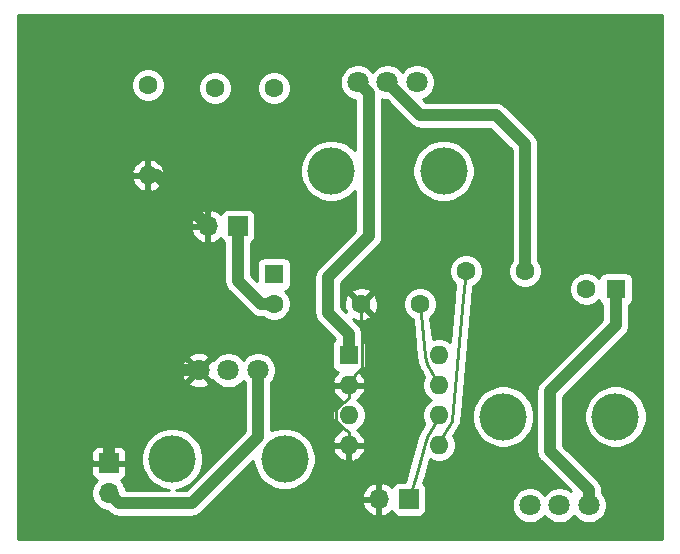
<source format=gbr>
G04 #@! TF.GenerationSoftware,KiCad,Pcbnew,5.1.5-52549c5~84~ubuntu18.04.1*
G04 #@! TF.CreationDate,2020-03-24T22:40:52-05:00*
G04 #@! TF.ProjectId,lm386-guitaramp,6c6d3338-362d-4677-9569-746172616d70,rev?*
G04 #@! TF.SameCoordinates,Original*
G04 #@! TF.FileFunction,Copper,L2,Bot*
G04 #@! TF.FilePolarity,Positive*
%FSLAX46Y46*%
G04 Gerber Fmt 4.6, Leading zero omitted, Abs format (unit mm)*
G04 Created by KiCad (PCBNEW 5.1.5-52549c5~84~ubuntu18.04.1) date 2020-03-24 22:40:52*
%MOMM*%
%LPD*%
G04 APERTURE LIST*
%ADD10R,1.700000X1.700000*%
%ADD11O,1.700000X1.700000*%
%ADD12C,1.600000*%
%ADD13R,1.600000X1.600000*%
%ADD14O,1.600000X1.600000*%
%ADD15C,1.800000*%
%ADD16C,4.000000*%
%ADD17C,0.250000*%
%ADD18C,1.000000*%
%ADD19C,0.254000*%
G04 APERTURE END LIST*
D10*
X236982000Y-138176000D03*
D11*
X234442000Y-138176000D03*
D12*
X237918000Y-121666000D03*
X232918000Y-121666000D03*
X225552000Y-103378000D03*
X220552000Y-103378000D03*
X241808000Y-118872000D03*
X246808000Y-118872000D03*
D10*
X211582000Y-135128000D03*
D11*
X211582000Y-137668000D03*
X219964000Y-115062000D03*
D10*
X222504000Y-115062000D03*
D13*
X231902000Y-125984000D03*
D14*
X239522000Y-133604000D03*
X231902000Y-128524000D03*
X239522000Y-131064000D03*
X231902000Y-131064000D03*
X239522000Y-128524000D03*
X231902000Y-133604000D03*
X239522000Y-125984000D03*
D15*
X237664000Y-102870000D03*
X235164000Y-102870000D03*
X232664000Y-102870000D03*
D16*
X239914000Y-110370000D03*
X230414000Y-110370000D03*
D13*
X225552000Y-119126000D03*
D12*
X225552000Y-121626000D03*
X252008000Y-120396000D03*
D13*
X254508000Y-120396000D03*
D15*
X247222000Y-138684000D03*
X249722000Y-138684000D03*
X252222000Y-138684000D03*
D16*
X244972000Y-131184000D03*
X254472000Y-131184000D03*
X216952000Y-134754000D03*
X226452000Y-134754000D03*
D15*
X219202000Y-127254000D03*
X221702000Y-127254000D03*
X224202000Y-127254000D03*
D12*
X214884000Y-103124000D03*
D14*
X214884000Y-110744000D03*
D17*
X239522000Y-131064000D02*
X239006600Y-132051400D01*
X239006600Y-132051400D02*
X238622700Y-132739400D01*
X238622700Y-132739400D02*
X238412200Y-133143400D01*
X238412200Y-133143400D02*
X238396000Y-133199100D01*
X238396000Y-133199100D02*
X237678600Y-135926000D01*
X237678600Y-135926000D02*
X236982000Y-138176000D01*
X231902000Y-133604000D02*
X231902000Y-132478700D01*
X231902000Y-128524000D02*
X231902000Y-129649300D01*
X232918000Y-121666000D02*
X232924300Y-122714400D01*
X232924300Y-122714400D02*
X233027300Y-125105100D01*
X233027300Y-125105100D02*
X233027300Y-126857200D01*
X233027300Y-126857200D02*
X233025500Y-126866200D01*
X233025500Y-126866200D02*
X233008600Y-126921800D01*
X233008600Y-126921800D02*
X232977300Y-126968800D01*
X232977300Y-126968800D02*
X232459200Y-127685200D01*
X232459200Y-127685200D02*
X231902000Y-128524000D01*
X231902000Y-129649300D02*
X231481600Y-129922500D01*
X231481600Y-129922500D02*
X231392900Y-129984100D01*
X231392900Y-129984100D02*
X231350800Y-130017500D01*
X231350800Y-130017500D02*
X231311300Y-130053100D01*
X231311300Y-130053100D02*
X230832800Y-130541500D01*
X230832800Y-130541500D02*
X230812400Y-130568300D01*
X230812400Y-130568300D02*
X230796900Y-130595200D01*
X230796900Y-130595200D02*
X230784500Y-130625100D01*
X230784500Y-130625100D02*
X230776700Y-130664300D01*
X230776700Y-130664300D02*
X230776700Y-131459100D01*
X230776700Y-131459100D02*
X230785300Y-131502100D01*
X230785300Y-131502100D02*
X230804700Y-131549000D01*
X230804700Y-131549000D02*
X230838500Y-131594300D01*
X230838500Y-131594300D02*
X231060100Y-131823600D01*
X231060100Y-131823600D02*
X231375500Y-132129900D01*
X231375500Y-132129900D02*
X231403300Y-132152100D01*
X231403300Y-132152100D02*
X231902000Y-132478700D01*
D18*
X215646000Y-110744000D02*
X219964000Y-115062000D01*
X214884000Y-110744000D02*
X215646000Y-110744000D01*
X219202000Y-127254000D02*
X213106000Y-127254000D01*
X211582000Y-128778000D02*
X211582000Y-135128000D01*
X213106000Y-127254000D02*
X211582000Y-128778000D01*
D17*
X239522000Y-128524000D02*
X239200900Y-127895900D01*
X239200900Y-127895900D02*
X238639100Y-126885800D01*
X238639100Y-126885800D02*
X238418600Y-126458100D01*
X238418600Y-126458100D02*
X238403800Y-126421200D01*
X238403800Y-126421200D02*
X238395300Y-126365700D01*
X238395300Y-126365700D02*
X238369700Y-126034400D01*
X238369700Y-126034400D02*
X237918000Y-121666000D01*
X239522000Y-133604000D02*
X239989200Y-132683300D01*
X239989200Y-132683300D02*
X240613500Y-131564600D01*
X240613500Y-131564600D02*
X240638900Y-131503400D01*
X240638900Y-131503400D02*
X240647400Y-131460600D01*
X240647400Y-131460600D02*
X241539300Y-121190700D01*
X241539300Y-121190700D02*
X241808000Y-118872000D01*
D18*
X222504000Y-116912000D02*
X222504000Y-115062000D01*
X222504000Y-119709370D02*
X222504000Y-116912000D01*
X224420630Y-121626000D02*
X222504000Y-119709370D01*
X225552000Y-121626000D02*
X224420630Y-121626000D01*
X252222000Y-137411208D02*
X248920000Y-134109208D01*
X252222000Y-138684000D02*
X252222000Y-137411208D01*
X248920000Y-134109208D02*
X248920000Y-129032000D01*
X254508000Y-123444000D02*
X254508000Y-120396000D01*
X248920000Y-129032000D02*
X254508000Y-123444000D01*
X212431999Y-138517999D02*
X218606001Y-138517999D01*
X211582000Y-137668000D02*
X212431999Y-138517999D01*
X224202000Y-132922000D02*
X224202000Y-127254000D01*
X218606001Y-138517999D02*
X224202000Y-132922000D01*
X246808000Y-118872000D02*
X246808000Y-108124000D01*
X246808000Y-108124000D02*
X244348000Y-105664000D01*
X237958000Y-105664000D02*
X235164000Y-102870000D01*
X244348000Y-105664000D02*
X237958000Y-105664000D01*
X233563999Y-103769999D02*
X233563999Y-115940001D01*
X232664000Y-102870000D02*
X233563999Y-103769999D01*
X233563999Y-115940001D02*
X230124000Y-119380000D01*
X231902000Y-124184000D02*
X231902000Y-125984000D01*
X230124000Y-122406000D02*
X231902000Y-124184000D01*
X230124000Y-119380000D02*
X230124000Y-122406000D01*
D19*
G36*
X258420000Y-141580000D02*
G01*
X203860000Y-141580000D01*
X203860000Y-135978000D01*
X210093928Y-135978000D01*
X210106188Y-136102482D01*
X210142498Y-136222180D01*
X210201463Y-136332494D01*
X210280815Y-136429185D01*
X210377506Y-136508537D01*
X210487820Y-136567502D01*
X210560380Y-136589513D01*
X210428525Y-136721368D01*
X210266010Y-136964589D01*
X210154068Y-137234842D01*
X210097000Y-137521740D01*
X210097000Y-137814260D01*
X210154068Y-138101158D01*
X210266010Y-138371411D01*
X210428525Y-138614632D01*
X210635368Y-138821475D01*
X210878589Y-138983990D01*
X211148842Y-139095932D01*
X211435740Y-139153000D01*
X211461868Y-139153000D01*
X211590007Y-139281139D01*
X211625550Y-139324448D01*
X211798376Y-139466283D01*
X211995552Y-139571675D01*
X212159704Y-139621470D01*
X212209499Y-139636576D01*
X212431998Y-139658490D01*
X212487750Y-139652999D01*
X218550250Y-139652999D01*
X218606001Y-139658490D01*
X218661752Y-139652999D01*
X218661753Y-139652999D01*
X218828500Y-139636576D01*
X219042448Y-139571675D01*
X219239624Y-139466283D01*
X219412450Y-139324448D01*
X219447997Y-139281134D01*
X220196240Y-138532891D01*
X233000519Y-138532891D01*
X233097843Y-138807252D01*
X233246822Y-139057355D01*
X233441731Y-139273588D01*
X233675080Y-139447641D01*
X233937901Y-139572825D01*
X234085110Y-139617476D01*
X234315000Y-139496155D01*
X234315000Y-138303000D01*
X233121186Y-138303000D01*
X233000519Y-138532891D01*
X220196240Y-138532891D01*
X220910022Y-137819109D01*
X233000519Y-137819109D01*
X233121186Y-138049000D01*
X234315000Y-138049000D01*
X234315000Y-136855845D01*
X234569000Y-136855845D01*
X234569000Y-138049000D01*
X234589000Y-138049000D01*
X234589000Y-138303000D01*
X234569000Y-138303000D01*
X234569000Y-139496155D01*
X234798890Y-139617476D01*
X234946099Y-139572825D01*
X235208920Y-139447641D01*
X235442269Y-139273588D01*
X235518034Y-139189534D01*
X235542498Y-139270180D01*
X235601463Y-139380494D01*
X235680815Y-139477185D01*
X235777506Y-139556537D01*
X235887820Y-139615502D01*
X236007518Y-139651812D01*
X236132000Y-139664072D01*
X237832000Y-139664072D01*
X237956482Y-139651812D01*
X238076180Y-139615502D01*
X238186494Y-139556537D01*
X238283185Y-139477185D01*
X238362537Y-139380494D01*
X238421502Y-139270180D01*
X238457812Y-139150482D01*
X238470072Y-139026000D01*
X238470072Y-138532816D01*
X245687000Y-138532816D01*
X245687000Y-138835184D01*
X245745989Y-139131743D01*
X245861701Y-139411095D01*
X246029688Y-139662505D01*
X246243495Y-139876312D01*
X246494905Y-140044299D01*
X246774257Y-140160011D01*
X247070816Y-140219000D01*
X247373184Y-140219000D01*
X247669743Y-140160011D01*
X247949095Y-140044299D01*
X248200505Y-139876312D01*
X248414312Y-139662505D01*
X248472000Y-139576169D01*
X248529688Y-139662505D01*
X248743495Y-139876312D01*
X248994905Y-140044299D01*
X249274257Y-140160011D01*
X249570816Y-140219000D01*
X249873184Y-140219000D01*
X250169743Y-140160011D01*
X250449095Y-140044299D01*
X250700505Y-139876312D01*
X250914312Y-139662505D01*
X250972000Y-139576169D01*
X251029688Y-139662505D01*
X251243495Y-139876312D01*
X251494905Y-140044299D01*
X251774257Y-140160011D01*
X252070816Y-140219000D01*
X252373184Y-140219000D01*
X252669743Y-140160011D01*
X252949095Y-140044299D01*
X253200505Y-139876312D01*
X253414312Y-139662505D01*
X253582299Y-139411095D01*
X253698011Y-139131743D01*
X253757000Y-138835184D01*
X253757000Y-138532816D01*
X253698011Y-138236257D01*
X253582299Y-137956905D01*
X253414312Y-137705495D01*
X253357000Y-137648183D01*
X253357000Y-137466951D01*
X253362490Y-137411207D01*
X253357000Y-137355463D01*
X253357000Y-137355456D01*
X253340577Y-137188709D01*
X253275676Y-136974761D01*
X253170284Y-136777585D01*
X253028449Y-136604759D01*
X252985141Y-136569217D01*
X250055000Y-133639077D01*
X250055000Y-130924475D01*
X251837000Y-130924475D01*
X251837000Y-131443525D01*
X251938261Y-131952601D01*
X252136893Y-132432141D01*
X252425262Y-132863715D01*
X252792285Y-133230738D01*
X253223859Y-133519107D01*
X253703399Y-133717739D01*
X254212475Y-133819000D01*
X254731525Y-133819000D01*
X255240601Y-133717739D01*
X255720141Y-133519107D01*
X256151715Y-133230738D01*
X256518738Y-132863715D01*
X256807107Y-132432141D01*
X257005739Y-131952601D01*
X257107000Y-131443525D01*
X257107000Y-130924475D01*
X257005739Y-130415399D01*
X256807107Y-129935859D01*
X256518738Y-129504285D01*
X256151715Y-129137262D01*
X255720141Y-128848893D01*
X255240601Y-128650261D01*
X254731525Y-128549000D01*
X254212475Y-128549000D01*
X253703399Y-128650261D01*
X253223859Y-128848893D01*
X252792285Y-129137262D01*
X252425262Y-129504285D01*
X252136893Y-129935859D01*
X251938261Y-130415399D01*
X251837000Y-130924475D01*
X250055000Y-130924475D01*
X250055000Y-129502131D01*
X255271141Y-124285991D01*
X255314449Y-124250449D01*
X255456284Y-124077623D01*
X255561676Y-123880447D01*
X255626577Y-123666499D01*
X255643000Y-123499752D01*
X255643000Y-123499743D01*
X255648490Y-123444001D01*
X255643000Y-123388259D01*
X255643000Y-121736957D01*
X255662494Y-121726537D01*
X255759185Y-121647185D01*
X255838537Y-121550494D01*
X255897502Y-121440180D01*
X255933812Y-121320482D01*
X255946072Y-121196000D01*
X255946072Y-119596000D01*
X255933812Y-119471518D01*
X255897502Y-119351820D01*
X255838537Y-119241506D01*
X255759185Y-119144815D01*
X255662494Y-119065463D01*
X255552180Y-119006498D01*
X255432482Y-118970188D01*
X255308000Y-118957928D01*
X253708000Y-118957928D01*
X253583518Y-118970188D01*
X253463820Y-119006498D01*
X253353506Y-119065463D01*
X253256815Y-119144815D01*
X253177463Y-119241506D01*
X253118498Y-119351820D01*
X253089339Y-119447943D01*
X252922759Y-119281363D01*
X252687727Y-119124320D01*
X252426574Y-119016147D01*
X252149335Y-118961000D01*
X251866665Y-118961000D01*
X251589426Y-119016147D01*
X251328273Y-119124320D01*
X251093241Y-119281363D01*
X250893363Y-119481241D01*
X250736320Y-119716273D01*
X250628147Y-119977426D01*
X250573000Y-120254665D01*
X250573000Y-120537335D01*
X250628147Y-120814574D01*
X250736320Y-121075727D01*
X250893363Y-121310759D01*
X251093241Y-121510637D01*
X251328273Y-121667680D01*
X251589426Y-121775853D01*
X251866665Y-121831000D01*
X252149335Y-121831000D01*
X252426574Y-121775853D01*
X252687727Y-121667680D01*
X252922759Y-121510637D01*
X253089339Y-121344057D01*
X253118498Y-121440180D01*
X253177463Y-121550494D01*
X253256815Y-121647185D01*
X253353506Y-121726537D01*
X253373001Y-121736957D01*
X253373000Y-122973868D01*
X248156860Y-128190009D01*
X248113552Y-128225551D01*
X247971717Y-128398377D01*
X247937146Y-128463056D01*
X247866324Y-128595554D01*
X247801423Y-128809502D01*
X247779509Y-129032000D01*
X247785001Y-129087761D01*
X247785000Y-134053456D01*
X247779509Y-134109208D01*
X247785000Y-134164959D01*
X247801423Y-134331706D01*
X247866324Y-134545654D01*
X247971716Y-134742831D01*
X248113551Y-134915657D01*
X248156865Y-134951204D01*
X250690992Y-137485331D01*
X250449095Y-137323701D01*
X250169743Y-137207989D01*
X249873184Y-137149000D01*
X249570816Y-137149000D01*
X249274257Y-137207989D01*
X248994905Y-137323701D01*
X248743495Y-137491688D01*
X248529688Y-137705495D01*
X248472000Y-137791831D01*
X248414312Y-137705495D01*
X248200505Y-137491688D01*
X247949095Y-137323701D01*
X247669743Y-137207989D01*
X247373184Y-137149000D01*
X247070816Y-137149000D01*
X246774257Y-137207989D01*
X246494905Y-137323701D01*
X246243495Y-137491688D01*
X246029688Y-137705495D01*
X245861701Y-137956905D01*
X245745989Y-138236257D01*
X245687000Y-138532816D01*
X238470072Y-138532816D01*
X238470072Y-137326000D01*
X238457812Y-137201518D01*
X238421502Y-137081820D01*
X238362537Y-136971506D01*
X238283185Y-136874815D01*
X238201254Y-136807576D01*
X238398405Y-136170786D01*
X238404091Y-136155467D01*
X238409427Y-136135185D01*
X238415643Y-136115107D01*
X238418929Y-136099066D01*
X238755954Y-134818004D01*
X238842273Y-134875680D01*
X239103426Y-134983853D01*
X239380665Y-135039000D01*
X239663335Y-135039000D01*
X239940574Y-134983853D01*
X240201727Y-134875680D01*
X240436759Y-134718637D01*
X240636637Y-134518759D01*
X240793680Y-134283727D01*
X240901853Y-134022574D01*
X240957000Y-133745335D01*
X240957000Y-133462665D01*
X240901853Y-133185426D01*
X240793680Y-132924273D01*
X240756287Y-132868310D01*
X241243936Y-131994480D01*
X241248177Y-131989319D01*
X241280369Y-131929194D01*
X241295345Y-131902358D01*
X241297997Y-131896269D01*
X241301134Y-131890411D01*
X241312916Y-131862022D01*
X241330384Y-131821924D01*
X241344533Y-131795433D01*
X241366260Y-131723731D01*
X241387798Y-131652909D01*
X241391398Y-131616618D01*
X241393661Y-131604511D01*
X241400113Y-131572025D01*
X241400532Y-131567758D01*
X241401319Y-131563548D01*
X241404181Y-131530594D01*
X241411076Y-131460369D01*
X241410652Y-131456079D01*
X241456819Y-130924475D01*
X242337000Y-130924475D01*
X242337000Y-131443525D01*
X242438261Y-131952601D01*
X242636893Y-132432141D01*
X242925262Y-132863715D01*
X243292285Y-133230738D01*
X243723859Y-133519107D01*
X244203399Y-133717739D01*
X244712475Y-133819000D01*
X245231525Y-133819000D01*
X245740601Y-133717739D01*
X246220141Y-133519107D01*
X246651715Y-133230738D01*
X247018738Y-132863715D01*
X247307107Y-132432141D01*
X247505739Y-131952601D01*
X247607000Y-131443525D01*
X247607000Y-130924475D01*
X247505739Y-130415399D01*
X247307107Y-129935859D01*
X247018738Y-129504285D01*
X246651715Y-129137262D01*
X246220141Y-128848893D01*
X245740601Y-128650261D01*
X245231525Y-128549000D01*
X244712475Y-128549000D01*
X244203399Y-128650261D01*
X243723859Y-128848893D01*
X243292285Y-129137262D01*
X242925262Y-129504285D01*
X242636893Y-129935859D01*
X242438261Y-130415399D01*
X242337000Y-130924475D01*
X241456819Y-130924475D01*
X242295506Y-121267331D01*
X242422592Y-120170660D01*
X242487727Y-120143680D01*
X242722759Y-119986637D01*
X242922637Y-119786759D01*
X243079680Y-119551727D01*
X243187853Y-119290574D01*
X243243000Y-119013335D01*
X243243000Y-118730665D01*
X243187853Y-118453426D01*
X243079680Y-118192273D01*
X242922637Y-117957241D01*
X242722759Y-117757363D01*
X242487727Y-117600320D01*
X242226574Y-117492147D01*
X241949335Y-117437000D01*
X241666665Y-117437000D01*
X241389426Y-117492147D01*
X241128273Y-117600320D01*
X240893241Y-117757363D01*
X240693363Y-117957241D01*
X240536320Y-118192273D01*
X240428147Y-118453426D01*
X240373000Y-118730665D01*
X240373000Y-119013335D01*
X240428147Y-119290574D01*
X240536320Y-119551727D01*
X240693363Y-119786759D01*
X240893241Y-119986637D01*
X240912272Y-119999353D01*
X240787392Y-121076982D01*
X240785379Y-121087752D01*
X240783090Y-121114109D01*
X240780055Y-121140299D01*
X240779867Y-121151218D01*
X240455347Y-124887951D01*
X240436759Y-124869363D01*
X240201727Y-124712320D01*
X239940574Y-124604147D01*
X239663335Y-124549000D01*
X239380665Y-124549000D01*
X239103426Y-124604147D01*
X238990690Y-124650844D01*
X238799598Y-122802794D01*
X238832759Y-122780637D01*
X239032637Y-122580759D01*
X239189680Y-122345727D01*
X239297853Y-122084574D01*
X239353000Y-121807335D01*
X239353000Y-121524665D01*
X239297853Y-121247426D01*
X239189680Y-120986273D01*
X239032637Y-120751241D01*
X238832759Y-120551363D01*
X238597727Y-120394320D01*
X238336574Y-120286147D01*
X238059335Y-120231000D01*
X237776665Y-120231000D01*
X237499426Y-120286147D01*
X237238273Y-120394320D01*
X237003241Y-120551363D01*
X236803363Y-120751241D01*
X236646320Y-120986273D01*
X236538147Y-121247426D01*
X236483000Y-121524665D01*
X236483000Y-121807335D01*
X236538147Y-122084574D01*
X236646320Y-122345727D01*
X236803363Y-122580759D01*
X237003241Y-122780637D01*
X237238273Y-122937680D01*
X237287553Y-122958092D01*
X237612718Y-126102768D01*
X237636877Y-126415414D01*
X237638408Y-126443852D01*
X237639753Y-126452632D01*
X237640436Y-126461474D01*
X237645397Y-126489485D01*
X237648817Y-126511814D01*
X237653168Y-126561743D01*
X237670571Y-126621527D01*
X237685985Y-126681858D01*
X237707627Y-126727065D01*
X237712730Y-126739789D01*
X237725982Y-126773176D01*
X237726611Y-126774396D01*
X237727120Y-126775665D01*
X237743642Y-126807430D01*
X237951992Y-127211564D01*
X237956772Y-127222580D01*
X237969079Y-127244707D01*
X237980696Y-127267241D01*
X237987226Y-127277336D01*
X238278822Y-127801617D01*
X238250320Y-127844273D01*
X238142147Y-128105426D01*
X238087000Y-128382665D01*
X238087000Y-128665335D01*
X238142147Y-128942574D01*
X238250320Y-129203727D01*
X238407363Y-129438759D01*
X238607241Y-129638637D01*
X238839759Y-129794000D01*
X238607241Y-129949363D01*
X238407363Y-130149241D01*
X238250320Y-130384273D01*
X238142147Y-130645426D01*
X238087000Y-130922665D01*
X238087000Y-131205335D01*
X238142147Y-131482574D01*
X238250320Y-131743727D01*
X238281735Y-131790743D01*
X237971913Y-132345987D01*
X237965953Y-132355113D01*
X237953723Y-132378586D01*
X237940838Y-132401677D01*
X237936490Y-132411660D01*
X237755286Y-132759433D01*
X237734606Y-132791167D01*
X237706785Y-132860578D01*
X237679112Y-132929429D01*
X237672627Y-132963927D01*
X237670509Y-132969633D01*
X237663508Y-132996243D01*
X237655813Y-133022702D01*
X237654008Y-133032355D01*
X236947770Y-135716827D01*
X236647117Y-136687928D01*
X236132000Y-136687928D01*
X236007518Y-136700188D01*
X235887820Y-136736498D01*
X235777506Y-136795463D01*
X235680815Y-136874815D01*
X235601463Y-136971506D01*
X235542498Y-137081820D01*
X235518034Y-137162466D01*
X235442269Y-137078412D01*
X235208920Y-136904359D01*
X234946099Y-136779175D01*
X234798890Y-136734524D01*
X234569000Y-136855845D01*
X234315000Y-136855845D01*
X234085110Y-136734524D01*
X233937901Y-136779175D01*
X233675080Y-136904359D01*
X233441731Y-137078412D01*
X233246822Y-137294645D01*
X233097843Y-137544748D01*
X233000519Y-137819109D01*
X220910022Y-137819109D01*
X223817000Y-134912133D01*
X223817000Y-135013525D01*
X223918261Y-135522601D01*
X224116893Y-136002141D01*
X224405262Y-136433715D01*
X224772285Y-136800738D01*
X225203859Y-137089107D01*
X225683399Y-137287739D01*
X226192475Y-137389000D01*
X226711525Y-137389000D01*
X227220601Y-137287739D01*
X227700141Y-137089107D01*
X228131715Y-136800738D01*
X228498738Y-136433715D01*
X228787107Y-136002141D01*
X228985739Y-135522601D01*
X229087000Y-135013525D01*
X229087000Y-134494475D01*
X228985739Y-133985399D01*
X228972336Y-133953039D01*
X230510096Y-133953039D01*
X230550754Y-134087087D01*
X230670963Y-134341420D01*
X230838481Y-134567414D01*
X231046869Y-134756385D01*
X231288119Y-134901070D01*
X231552960Y-134995909D01*
X231775000Y-134874624D01*
X231775000Y-133731000D01*
X232029000Y-133731000D01*
X232029000Y-134874624D01*
X232251040Y-134995909D01*
X232515881Y-134901070D01*
X232757131Y-134756385D01*
X232965519Y-134567414D01*
X233133037Y-134341420D01*
X233253246Y-134087087D01*
X233293904Y-133953039D01*
X233171915Y-133731000D01*
X232029000Y-133731000D01*
X231775000Y-133731000D01*
X230632085Y-133731000D01*
X230510096Y-133953039D01*
X228972336Y-133953039D01*
X228787107Y-133505859D01*
X228498738Y-133074285D01*
X228131715Y-132707262D01*
X227700141Y-132418893D01*
X227220601Y-132220261D01*
X226711525Y-132119000D01*
X226192475Y-132119000D01*
X225683399Y-132220261D01*
X225337000Y-132363744D01*
X225337000Y-130922665D01*
X230467000Y-130922665D01*
X230467000Y-131205335D01*
X230522147Y-131482574D01*
X230630320Y-131743727D01*
X230787363Y-131978759D01*
X230987241Y-132178637D01*
X231222273Y-132335680D01*
X231232865Y-132340067D01*
X231046869Y-132451615D01*
X230838481Y-132640586D01*
X230670963Y-132866580D01*
X230550754Y-133120913D01*
X230510096Y-133254961D01*
X230632085Y-133477000D01*
X231775000Y-133477000D01*
X231775000Y-133457000D01*
X232029000Y-133457000D01*
X232029000Y-133477000D01*
X233171915Y-133477000D01*
X233293904Y-133254961D01*
X233253246Y-133120913D01*
X233133037Y-132866580D01*
X232965519Y-132640586D01*
X232757131Y-132451615D01*
X232571135Y-132340067D01*
X232581727Y-132335680D01*
X232816759Y-132178637D01*
X233016637Y-131978759D01*
X233173680Y-131743727D01*
X233281853Y-131482574D01*
X233337000Y-131205335D01*
X233337000Y-130922665D01*
X233281853Y-130645426D01*
X233173680Y-130384273D01*
X233016637Y-130149241D01*
X232816759Y-129949363D01*
X232581727Y-129792320D01*
X232571135Y-129787933D01*
X232757131Y-129676385D01*
X232965519Y-129487414D01*
X233133037Y-129261420D01*
X233253246Y-129007087D01*
X233293904Y-128873039D01*
X233171915Y-128651000D01*
X232029000Y-128651000D01*
X232029000Y-128671000D01*
X231775000Y-128671000D01*
X231775000Y-128651000D01*
X230632085Y-128651000D01*
X230510096Y-128873039D01*
X230550754Y-129007087D01*
X230670963Y-129261420D01*
X230838481Y-129487414D01*
X231046869Y-129676385D01*
X231232865Y-129787933D01*
X231222273Y-129792320D01*
X230987241Y-129949363D01*
X230787363Y-130149241D01*
X230630320Y-130384273D01*
X230522147Y-130645426D01*
X230467000Y-130922665D01*
X225337000Y-130922665D01*
X225337000Y-128289817D01*
X225394312Y-128232505D01*
X225562299Y-127981095D01*
X225678011Y-127701743D01*
X225737000Y-127405184D01*
X225737000Y-127102816D01*
X225678011Y-126806257D01*
X225562299Y-126526905D01*
X225394312Y-126275495D01*
X225180505Y-126061688D01*
X224929095Y-125893701D01*
X224649743Y-125777989D01*
X224353184Y-125719000D01*
X224050816Y-125719000D01*
X223754257Y-125777989D01*
X223474905Y-125893701D01*
X223223495Y-126061688D01*
X223009688Y-126275495D01*
X222952000Y-126361831D01*
X222894312Y-126275495D01*
X222680505Y-126061688D01*
X222429095Y-125893701D01*
X222149743Y-125777989D01*
X221853184Y-125719000D01*
X221550816Y-125719000D01*
X221254257Y-125777989D01*
X220974905Y-125893701D01*
X220723495Y-126061688D01*
X220509688Y-126275495D01*
X220414262Y-126418310D01*
X220266080Y-126369525D01*
X219381605Y-127254000D01*
X220266080Y-128138475D01*
X220414262Y-128089690D01*
X220509688Y-128232505D01*
X220723495Y-128446312D01*
X220974905Y-128614299D01*
X221254257Y-128730011D01*
X221550816Y-128789000D01*
X221853184Y-128789000D01*
X222149743Y-128730011D01*
X222429095Y-128614299D01*
X222680505Y-128446312D01*
X222894312Y-128232505D01*
X222952000Y-128146169D01*
X223009688Y-128232505D01*
X223067001Y-128289818D01*
X223067000Y-132451867D01*
X218135870Y-137382999D01*
X217241694Y-137382999D01*
X217720601Y-137287739D01*
X218200141Y-137089107D01*
X218631715Y-136800738D01*
X218998738Y-136433715D01*
X219287107Y-136002141D01*
X219485739Y-135522601D01*
X219587000Y-135013525D01*
X219587000Y-134494475D01*
X219485739Y-133985399D01*
X219287107Y-133505859D01*
X218998738Y-133074285D01*
X218631715Y-132707262D01*
X218200141Y-132418893D01*
X217720601Y-132220261D01*
X217211525Y-132119000D01*
X216692475Y-132119000D01*
X216183399Y-132220261D01*
X215703859Y-132418893D01*
X215272285Y-132707262D01*
X214905262Y-133074285D01*
X214616893Y-133505859D01*
X214418261Y-133985399D01*
X214317000Y-134494475D01*
X214317000Y-135013525D01*
X214418261Y-135522601D01*
X214616893Y-136002141D01*
X214905262Y-136433715D01*
X215272285Y-136800738D01*
X215703859Y-137089107D01*
X216183399Y-137287739D01*
X216662306Y-137382999D01*
X213039402Y-137382999D01*
X213009932Y-137234842D01*
X212897990Y-136964589D01*
X212735475Y-136721368D01*
X212603620Y-136589513D01*
X212676180Y-136567502D01*
X212786494Y-136508537D01*
X212883185Y-136429185D01*
X212962537Y-136332494D01*
X213021502Y-136222180D01*
X213057812Y-136102482D01*
X213070072Y-135978000D01*
X213067000Y-135413750D01*
X212908250Y-135255000D01*
X211709000Y-135255000D01*
X211709000Y-135275000D01*
X211455000Y-135275000D01*
X211455000Y-135255000D01*
X210255750Y-135255000D01*
X210097000Y-135413750D01*
X210093928Y-135978000D01*
X203860000Y-135978000D01*
X203860000Y-134278000D01*
X210093928Y-134278000D01*
X210097000Y-134842250D01*
X210255750Y-135001000D01*
X211455000Y-135001000D01*
X211455000Y-133801750D01*
X211709000Y-133801750D01*
X211709000Y-135001000D01*
X212908250Y-135001000D01*
X213067000Y-134842250D01*
X213070072Y-134278000D01*
X213057812Y-134153518D01*
X213021502Y-134033820D01*
X212962537Y-133923506D01*
X212883185Y-133826815D01*
X212786494Y-133747463D01*
X212676180Y-133688498D01*
X212556482Y-133652188D01*
X212432000Y-133639928D01*
X211867750Y-133643000D01*
X211709000Y-133801750D01*
X211455000Y-133801750D01*
X211296250Y-133643000D01*
X210732000Y-133639928D01*
X210607518Y-133652188D01*
X210487820Y-133688498D01*
X210377506Y-133747463D01*
X210280815Y-133826815D01*
X210201463Y-133923506D01*
X210142498Y-134033820D01*
X210106188Y-134153518D01*
X210093928Y-134278000D01*
X203860000Y-134278000D01*
X203860000Y-128318080D01*
X218317525Y-128318080D01*
X218401208Y-128572261D01*
X218673775Y-128703158D01*
X218966642Y-128778365D01*
X219268553Y-128794991D01*
X219567907Y-128752397D01*
X219853199Y-128652222D01*
X220002792Y-128572261D01*
X220086475Y-128318080D01*
X219202000Y-127433605D01*
X218317525Y-128318080D01*
X203860000Y-128318080D01*
X203860000Y-127320553D01*
X217661009Y-127320553D01*
X217703603Y-127619907D01*
X217803778Y-127905199D01*
X217883739Y-128054792D01*
X218137920Y-128138475D01*
X219022395Y-127254000D01*
X218137920Y-126369525D01*
X217883739Y-126453208D01*
X217752842Y-126725775D01*
X217677635Y-127018642D01*
X217661009Y-127320553D01*
X203860000Y-127320553D01*
X203860000Y-126189920D01*
X218317525Y-126189920D01*
X219202000Y-127074395D01*
X220086475Y-126189920D01*
X220002792Y-125935739D01*
X219730225Y-125804842D01*
X219437358Y-125729635D01*
X219135447Y-125713009D01*
X218836093Y-125755603D01*
X218550801Y-125855778D01*
X218401208Y-125935739D01*
X218317525Y-126189920D01*
X203860000Y-126189920D01*
X203860000Y-115418891D01*
X218522519Y-115418891D01*
X218619843Y-115693252D01*
X218768822Y-115943355D01*
X218963731Y-116159588D01*
X219197080Y-116333641D01*
X219459901Y-116458825D01*
X219607110Y-116503476D01*
X219837000Y-116382155D01*
X219837000Y-115189000D01*
X218643186Y-115189000D01*
X218522519Y-115418891D01*
X203860000Y-115418891D01*
X203860000Y-114705109D01*
X218522519Y-114705109D01*
X218643186Y-114935000D01*
X219837000Y-114935000D01*
X219837000Y-113741845D01*
X220091000Y-113741845D01*
X220091000Y-114935000D01*
X220111000Y-114935000D01*
X220111000Y-115189000D01*
X220091000Y-115189000D01*
X220091000Y-116382155D01*
X220320890Y-116503476D01*
X220468099Y-116458825D01*
X220730920Y-116333641D01*
X220964269Y-116159588D01*
X221040034Y-116075534D01*
X221064498Y-116156180D01*
X221123463Y-116266494D01*
X221202815Y-116363185D01*
X221299506Y-116442537D01*
X221369000Y-116479683D01*
X221369000Y-116967751D01*
X221369001Y-116967761D01*
X221369000Y-119653618D01*
X221363509Y-119709370D01*
X221369000Y-119765121D01*
X221385423Y-119931868D01*
X221450324Y-120145816D01*
X221555716Y-120342993D01*
X221697551Y-120515819D01*
X221740865Y-120551366D01*
X223578639Y-122389141D01*
X223614181Y-122432449D01*
X223787007Y-122574284D01*
X223984183Y-122679676D01*
X224148335Y-122729471D01*
X224198130Y-122744577D01*
X224420629Y-122766491D01*
X224476381Y-122761000D01*
X224667716Y-122761000D01*
X224872273Y-122897680D01*
X225133426Y-123005853D01*
X225410665Y-123061000D01*
X225693335Y-123061000D01*
X225970574Y-123005853D01*
X226231727Y-122897680D01*
X226466759Y-122740637D01*
X226666637Y-122540759D01*
X226823680Y-122305727D01*
X226931853Y-122044574D01*
X226987000Y-121767335D01*
X226987000Y-121484665D01*
X226931853Y-121207426D01*
X226823680Y-120946273D01*
X226666637Y-120711241D01*
X226500057Y-120544661D01*
X226596180Y-120515502D01*
X226706494Y-120456537D01*
X226803185Y-120377185D01*
X226882537Y-120280494D01*
X226941502Y-120170180D01*
X226977812Y-120050482D01*
X226990072Y-119926000D01*
X226990072Y-118326000D01*
X226977812Y-118201518D01*
X226941502Y-118081820D01*
X226882537Y-117971506D01*
X226803185Y-117874815D01*
X226706494Y-117795463D01*
X226596180Y-117736498D01*
X226476482Y-117700188D01*
X226352000Y-117687928D01*
X224752000Y-117687928D01*
X224627518Y-117700188D01*
X224507820Y-117736498D01*
X224397506Y-117795463D01*
X224300815Y-117874815D01*
X224221463Y-117971506D01*
X224162498Y-118081820D01*
X224126188Y-118201518D01*
X224113928Y-118326000D01*
X224113928Y-119714167D01*
X223639000Y-119239239D01*
X223639000Y-116479683D01*
X223708494Y-116442537D01*
X223805185Y-116363185D01*
X223884537Y-116266494D01*
X223943502Y-116156180D01*
X223979812Y-116036482D01*
X223992072Y-115912000D01*
X223992072Y-114212000D01*
X223979812Y-114087518D01*
X223943502Y-113967820D01*
X223884537Y-113857506D01*
X223805185Y-113760815D01*
X223708494Y-113681463D01*
X223598180Y-113622498D01*
X223478482Y-113586188D01*
X223354000Y-113573928D01*
X221654000Y-113573928D01*
X221529518Y-113586188D01*
X221409820Y-113622498D01*
X221299506Y-113681463D01*
X221202815Y-113760815D01*
X221123463Y-113857506D01*
X221064498Y-113967820D01*
X221040034Y-114048466D01*
X220964269Y-113964412D01*
X220730920Y-113790359D01*
X220468099Y-113665175D01*
X220320890Y-113620524D01*
X220091000Y-113741845D01*
X219837000Y-113741845D01*
X219607110Y-113620524D01*
X219459901Y-113665175D01*
X219197080Y-113790359D01*
X218963731Y-113964412D01*
X218768822Y-114180645D01*
X218619843Y-114430748D01*
X218522519Y-114705109D01*
X203860000Y-114705109D01*
X203860000Y-111093040D01*
X213492091Y-111093040D01*
X213586930Y-111357881D01*
X213731615Y-111599131D01*
X213920586Y-111807519D01*
X214146580Y-111975037D01*
X214400913Y-112095246D01*
X214534961Y-112135904D01*
X214757000Y-112013915D01*
X214757000Y-110871000D01*
X215011000Y-110871000D01*
X215011000Y-112013915D01*
X215233039Y-112135904D01*
X215367087Y-112095246D01*
X215621420Y-111975037D01*
X215847414Y-111807519D01*
X216036385Y-111599131D01*
X216181070Y-111357881D01*
X216275909Y-111093040D01*
X216154624Y-110871000D01*
X215011000Y-110871000D01*
X214757000Y-110871000D01*
X213613376Y-110871000D01*
X213492091Y-111093040D01*
X203860000Y-111093040D01*
X203860000Y-110394960D01*
X213492091Y-110394960D01*
X213613376Y-110617000D01*
X214757000Y-110617000D01*
X214757000Y-109474085D01*
X215011000Y-109474085D01*
X215011000Y-110617000D01*
X216154624Y-110617000D01*
X216275909Y-110394960D01*
X216181070Y-110130119D01*
X216169289Y-110110475D01*
X227779000Y-110110475D01*
X227779000Y-110629525D01*
X227880261Y-111138601D01*
X228078893Y-111618141D01*
X228367262Y-112049715D01*
X228734285Y-112416738D01*
X229165859Y-112705107D01*
X229645399Y-112903739D01*
X230154475Y-113005000D01*
X230673525Y-113005000D01*
X231182601Y-112903739D01*
X231662141Y-112705107D01*
X232093715Y-112416738D01*
X232429000Y-112081453D01*
X232429000Y-115469868D01*
X229360865Y-118538004D01*
X229317551Y-118573551D01*
X229175716Y-118746377D01*
X229092042Y-118902922D01*
X229070324Y-118943554D01*
X229005423Y-119157502D01*
X228983509Y-119380000D01*
X228989000Y-119435752D01*
X228989001Y-122350239D01*
X228983509Y-122406000D01*
X229005423Y-122628498D01*
X229070324Y-122842446D01*
X229070325Y-122842447D01*
X229175717Y-123039623D01*
X229317552Y-123212449D01*
X229360860Y-123247991D01*
X230759773Y-124646906D01*
X230747506Y-124653463D01*
X230650815Y-124732815D01*
X230571463Y-124829506D01*
X230512498Y-124939820D01*
X230476188Y-125059518D01*
X230463928Y-125184000D01*
X230463928Y-126784000D01*
X230476188Y-126908482D01*
X230512498Y-127028180D01*
X230571463Y-127138494D01*
X230650815Y-127235185D01*
X230747506Y-127314537D01*
X230857820Y-127373502D01*
X230977518Y-127409812D01*
X231002080Y-127412231D01*
X230838481Y-127560586D01*
X230670963Y-127786580D01*
X230550754Y-128040913D01*
X230510096Y-128174961D01*
X230632085Y-128397000D01*
X231775000Y-128397000D01*
X231775000Y-128377000D01*
X232029000Y-128377000D01*
X232029000Y-128397000D01*
X233171915Y-128397000D01*
X233293904Y-128174961D01*
X233253246Y-128040913D01*
X233133037Y-127786580D01*
X232965519Y-127560586D01*
X232801920Y-127412231D01*
X232826482Y-127409812D01*
X232946180Y-127373502D01*
X233056494Y-127314537D01*
X233153185Y-127235185D01*
X233232537Y-127138494D01*
X233291502Y-127028180D01*
X233327812Y-126908482D01*
X233340072Y-126784000D01*
X233340072Y-125184000D01*
X233327812Y-125059518D01*
X233291502Y-124939820D01*
X233232537Y-124829506D01*
X233153185Y-124732815D01*
X233056494Y-124653463D01*
X233037000Y-124643043D01*
X233037000Y-124239752D01*
X233042491Y-124184000D01*
X233020577Y-123961501D01*
X232955676Y-123747553D01*
X232850284Y-123550377D01*
X232743989Y-123420856D01*
X232743987Y-123420854D01*
X232708449Y-123377551D01*
X232665146Y-123342013D01*
X232270098Y-122946966D01*
X232431996Y-123023571D01*
X232706184Y-123092300D01*
X232988512Y-123106217D01*
X233268130Y-123064787D01*
X233534292Y-122969603D01*
X233659514Y-122902671D01*
X233731097Y-122658702D01*
X232918000Y-121845605D01*
X232903858Y-121859748D01*
X232724253Y-121680143D01*
X232738395Y-121666000D01*
X233097605Y-121666000D01*
X233910702Y-122479097D01*
X234154671Y-122407514D01*
X234275571Y-122152004D01*
X234344300Y-121877816D01*
X234358217Y-121595488D01*
X234316787Y-121315870D01*
X234221603Y-121049708D01*
X234154671Y-120924486D01*
X233910702Y-120852903D01*
X233097605Y-121666000D01*
X232738395Y-121666000D01*
X231925298Y-120852903D01*
X231681329Y-120924486D01*
X231560429Y-121179996D01*
X231491700Y-121454184D01*
X231477783Y-121736512D01*
X231519213Y-122016130D01*
X231614397Y-122282292D01*
X231624701Y-122301569D01*
X231259000Y-121935869D01*
X231259000Y-120673298D01*
X232104903Y-120673298D01*
X232918000Y-121486395D01*
X233731097Y-120673298D01*
X233659514Y-120429329D01*
X233404004Y-120308429D01*
X233129816Y-120239700D01*
X232847488Y-120225783D01*
X232567870Y-120267213D01*
X232301708Y-120362397D01*
X232176486Y-120429329D01*
X232104903Y-120673298D01*
X231259000Y-120673298D01*
X231259000Y-119850131D01*
X234327140Y-116781992D01*
X234370448Y-116746450D01*
X234512283Y-116573624D01*
X234617675Y-116376448D01*
X234682576Y-116162500D01*
X234698999Y-115995753D01*
X234698999Y-115995744D01*
X234704489Y-115940002D01*
X234698999Y-115884260D01*
X234698999Y-110110475D01*
X237279000Y-110110475D01*
X237279000Y-110629525D01*
X237380261Y-111138601D01*
X237578893Y-111618141D01*
X237867262Y-112049715D01*
X238234285Y-112416738D01*
X238665859Y-112705107D01*
X239145399Y-112903739D01*
X239654475Y-113005000D01*
X240173525Y-113005000D01*
X240682601Y-112903739D01*
X241162141Y-112705107D01*
X241593715Y-112416738D01*
X241960738Y-112049715D01*
X242249107Y-111618141D01*
X242447739Y-111138601D01*
X242549000Y-110629525D01*
X242549000Y-110110475D01*
X242447739Y-109601399D01*
X242249107Y-109121859D01*
X241960738Y-108690285D01*
X241593715Y-108323262D01*
X241162141Y-108034893D01*
X240682601Y-107836261D01*
X240173525Y-107735000D01*
X239654475Y-107735000D01*
X239145399Y-107836261D01*
X238665859Y-108034893D01*
X238234285Y-108323262D01*
X237867262Y-108690285D01*
X237578893Y-109121859D01*
X237380261Y-109601399D01*
X237279000Y-110110475D01*
X234698999Y-110110475D01*
X234698999Y-104338862D01*
X234716257Y-104346011D01*
X235012816Y-104405000D01*
X235093868Y-104405000D01*
X237116013Y-106427146D01*
X237151551Y-106470449D01*
X237194854Y-106505987D01*
X237194856Y-106505989D01*
X237324377Y-106612284D01*
X237521553Y-106717676D01*
X237735501Y-106782577D01*
X237958000Y-106804491D01*
X238013752Y-106799000D01*
X243877869Y-106799000D01*
X245673001Y-108594133D01*
X245673000Y-117987716D01*
X245536320Y-118192273D01*
X245428147Y-118453426D01*
X245373000Y-118730665D01*
X245373000Y-119013335D01*
X245428147Y-119290574D01*
X245536320Y-119551727D01*
X245693363Y-119786759D01*
X245893241Y-119986637D01*
X246128273Y-120143680D01*
X246389426Y-120251853D01*
X246666665Y-120307000D01*
X246949335Y-120307000D01*
X247226574Y-120251853D01*
X247487727Y-120143680D01*
X247722759Y-119986637D01*
X247922637Y-119786759D01*
X248079680Y-119551727D01*
X248187853Y-119290574D01*
X248243000Y-119013335D01*
X248243000Y-118730665D01*
X248187853Y-118453426D01*
X248079680Y-118192273D01*
X247943000Y-117987716D01*
X247943000Y-108179741D01*
X247948490Y-108123999D01*
X247943000Y-108068257D01*
X247943000Y-108068248D01*
X247926577Y-107901501D01*
X247861676Y-107687553D01*
X247756284Y-107490377D01*
X247614449Y-107317551D01*
X247571141Y-107282009D01*
X245189996Y-104900865D01*
X245154449Y-104857551D01*
X244981623Y-104715716D01*
X244784447Y-104610324D01*
X244570499Y-104545423D01*
X244403752Y-104529000D01*
X244403751Y-104529000D01*
X244348000Y-104523509D01*
X244292249Y-104529000D01*
X238428133Y-104529000D01*
X238206071Y-104306939D01*
X238391095Y-104230299D01*
X238642505Y-104062312D01*
X238856312Y-103848505D01*
X239024299Y-103597095D01*
X239140011Y-103317743D01*
X239199000Y-103021184D01*
X239199000Y-102718816D01*
X239140011Y-102422257D01*
X239024299Y-102142905D01*
X238856312Y-101891495D01*
X238642505Y-101677688D01*
X238391095Y-101509701D01*
X238111743Y-101393989D01*
X237815184Y-101335000D01*
X237512816Y-101335000D01*
X237216257Y-101393989D01*
X236936905Y-101509701D01*
X236685495Y-101677688D01*
X236471688Y-101891495D01*
X236414000Y-101977831D01*
X236356312Y-101891495D01*
X236142505Y-101677688D01*
X235891095Y-101509701D01*
X235611743Y-101393989D01*
X235315184Y-101335000D01*
X235012816Y-101335000D01*
X234716257Y-101393989D01*
X234436905Y-101509701D01*
X234185495Y-101677688D01*
X233971688Y-101891495D01*
X233914000Y-101977831D01*
X233856312Y-101891495D01*
X233642505Y-101677688D01*
X233391095Y-101509701D01*
X233111743Y-101393989D01*
X232815184Y-101335000D01*
X232512816Y-101335000D01*
X232216257Y-101393989D01*
X231936905Y-101509701D01*
X231685495Y-101677688D01*
X231471688Y-101891495D01*
X231303701Y-102142905D01*
X231187989Y-102422257D01*
X231129000Y-102718816D01*
X231129000Y-103021184D01*
X231187989Y-103317743D01*
X231303701Y-103597095D01*
X231471688Y-103848505D01*
X231685495Y-104062312D01*
X231936905Y-104230299D01*
X232216257Y-104346011D01*
X232428999Y-104388328D01*
X232428999Y-108658546D01*
X232093715Y-108323262D01*
X231662141Y-108034893D01*
X231182601Y-107836261D01*
X230673525Y-107735000D01*
X230154475Y-107735000D01*
X229645399Y-107836261D01*
X229165859Y-108034893D01*
X228734285Y-108323262D01*
X228367262Y-108690285D01*
X228078893Y-109121859D01*
X227880261Y-109601399D01*
X227779000Y-110110475D01*
X216169289Y-110110475D01*
X216036385Y-109888869D01*
X215847414Y-109680481D01*
X215621420Y-109512963D01*
X215367087Y-109392754D01*
X215233039Y-109352096D01*
X215011000Y-109474085D01*
X214757000Y-109474085D01*
X214534961Y-109352096D01*
X214400913Y-109392754D01*
X214146580Y-109512963D01*
X213920586Y-109680481D01*
X213731615Y-109888869D01*
X213586930Y-110130119D01*
X213492091Y-110394960D01*
X203860000Y-110394960D01*
X203860000Y-102982665D01*
X213449000Y-102982665D01*
X213449000Y-103265335D01*
X213504147Y-103542574D01*
X213612320Y-103803727D01*
X213769363Y-104038759D01*
X213969241Y-104238637D01*
X214204273Y-104395680D01*
X214465426Y-104503853D01*
X214742665Y-104559000D01*
X215025335Y-104559000D01*
X215302574Y-104503853D01*
X215563727Y-104395680D01*
X215798759Y-104238637D01*
X215998637Y-104038759D01*
X216155680Y-103803727D01*
X216263853Y-103542574D01*
X216319000Y-103265335D01*
X216319000Y-103236665D01*
X219117000Y-103236665D01*
X219117000Y-103519335D01*
X219172147Y-103796574D01*
X219280320Y-104057727D01*
X219437363Y-104292759D01*
X219637241Y-104492637D01*
X219872273Y-104649680D01*
X220133426Y-104757853D01*
X220410665Y-104813000D01*
X220693335Y-104813000D01*
X220970574Y-104757853D01*
X221231727Y-104649680D01*
X221466759Y-104492637D01*
X221666637Y-104292759D01*
X221823680Y-104057727D01*
X221931853Y-103796574D01*
X221987000Y-103519335D01*
X221987000Y-103236665D01*
X224117000Y-103236665D01*
X224117000Y-103519335D01*
X224172147Y-103796574D01*
X224280320Y-104057727D01*
X224437363Y-104292759D01*
X224637241Y-104492637D01*
X224872273Y-104649680D01*
X225133426Y-104757853D01*
X225410665Y-104813000D01*
X225693335Y-104813000D01*
X225970574Y-104757853D01*
X226231727Y-104649680D01*
X226466759Y-104492637D01*
X226666637Y-104292759D01*
X226823680Y-104057727D01*
X226931853Y-103796574D01*
X226987000Y-103519335D01*
X226987000Y-103236665D01*
X226931853Y-102959426D01*
X226823680Y-102698273D01*
X226666637Y-102463241D01*
X226466759Y-102263363D01*
X226231727Y-102106320D01*
X225970574Y-101998147D01*
X225693335Y-101943000D01*
X225410665Y-101943000D01*
X225133426Y-101998147D01*
X224872273Y-102106320D01*
X224637241Y-102263363D01*
X224437363Y-102463241D01*
X224280320Y-102698273D01*
X224172147Y-102959426D01*
X224117000Y-103236665D01*
X221987000Y-103236665D01*
X221931853Y-102959426D01*
X221823680Y-102698273D01*
X221666637Y-102463241D01*
X221466759Y-102263363D01*
X221231727Y-102106320D01*
X220970574Y-101998147D01*
X220693335Y-101943000D01*
X220410665Y-101943000D01*
X220133426Y-101998147D01*
X219872273Y-102106320D01*
X219637241Y-102263363D01*
X219437363Y-102463241D01*
X219280320Y-102698273D01*
X219172147Y-102959426D01*
X219117000Y-103236665D01*
X216319000Y-103236665D01*
X216319000Y-102982665D01*
X216263853Y-102705426D01*
X216155680Y-102444273D01*
X215998637Y-102209241D01*
X215798759Y-102009363D01*
X215563727Y-101852320D01*
X215302574Y-101744147D01*
X215025335Y-101689000D01*
X214742665Y-101689000D01*
X214465426Y-101744147D01*
X214204273Y-101852320D01*
X213969241Y-102009363D01*
X213769363Y-102209241D01*
X213612320Y-102444273D01*
X213504147Y-102705426D01*
X213449000Y-102982665D01*
X203860000Y-102982665D01*
X203860000Y-97180000D01*
X258420001Y-97180000D01*
X258420000Y-141580000D01*
G37*
X258420000Y-141580000D02*
X203860000Y-141580000D01*
X203860000Y-135978000D01*
X210093928Y-135978000D01*
X210106188Y-136102482D01*
X210142498Y-136222180D01*
X210201463Y-136332494D01*
X210280815Y-136429185D01*
X210377506Y-136508537D01*
X210487820Y-136567502D01*
X210560380Y-136589513D01*
X210428525Y-136721368D01*
X210266010Y-136964589D01*
X210154068Y-137234842D01*
X210097000Y-137521740D01*
X210097000Y-137814260D01*
X210154068Y-138101158D01*
X210266010Y-138371411D01*
X210428525Y-138614632D01*
X210635368Y-138821475D01*
X210878589Y-138983990D01*
X211148842Y-139095932D01*
X211435740Y-139153000D01*
X211461868Y-139153000D01*
X211590007Y-139281139D01*
X211625550Y-139324448D01*
X211798376Y-139466283D01*
X211995552Y-139571675D01*
X212159704Y-139621470D01*
X212209499Y-139636576D01*
X212431998Y-139658490D01*
X212487750Y-139652999D01*
X218550250Y-139652999D01*
X218606001Y-139658490D01*
X218661752Y-139652999D01*
X218661753Y-139652999D01*
X218828500Y-139636576D01*
X219042448Y-139571675D01*
X219239624Y-139466283D01*
X219412450Y-139324448D01*
X219447997Y-139281134D01*
X220196240Y-138532891D01*
X233000519Y-138532891D01*
X233097843Y-138807252D01*
X233246822Y-139057355D01*
X233441731Y-139273588D01*
X233675080Y-139447641D01*
X233937901Y-139572825D01*
X234085110Y-139617476D01*
X234315000Y-139496155D01*
X234315000Y-138303000D01*
X233121186Y-138303000D01*
X233000519Y-138532891D01*
X220196240Y-138532891D01*
X220910022Y-137819109D01*
X233000519Y-137819109D01*
X233121186Y-138049000D01*
X234315000Y-138049000D01*
X234315000Y-136855845D01*
X234569000Y-136855845D01*
X234569000Y-138049000D01*
X234589000Y-138049000D01*
X234589000Y-138303000D01*
X234569000Y-138303000D01*
X234569000Y-139496155D01*
X234798890Y-139617476D01*
X234946099Y-139572825D01*
X235208920Y-139447641D01*
X235442269Y-139273588D01*
X235518034Y-139189534D01*
X235542498Y-139270180D01*
X235601463Y-139380494D01*
X235680815Y-139477185D01*
X235777506Y-139556537D01*
X235887820Y-139615502D01*
X236007518Y-139651812D01*
X236132000Y-139664072D01*
X237832000Y-139664072D01*
X237956482Y-139651812D01*
X238076180Y-139615502D01*
X238186494Y-139556537D01*
X238283185Y-139477185D01*
X238362537Y-139380494D01*
X238421502Y-139270180D01*
X238457812Y-139150482D01*
X238470072Y-139026000D01*
X238470072Y-138532816D01*
X245687000Y-138532816D01*
X245687000Y-138835184D01*
X245745989Y-139131743D01*
X245861701Y-139411095D01*
X246029688Y-139662505D01*
X246243495Y-139876312D01*
X246494905Y-140044299D01*
X246774257Y-140160011D01*
X247070816Y-140219000D01*
X247373184Y-140219000D01*
X247669743Y-140160011D01*
X247949095Y-140044299D01*
X248200505Y-139876312D01*
X248414312Y-139662505D01*
X248472000Y-139576169D01*
X248529688Y-139662505D01*
X248743495Y-139876312D01*
X248994905Y-140044299D01*
X249274257Y-140160011D01*
X249570816Y-140219000D01*
X249873184Y-140219000D01*
X250169743Y-140160011D01*
X250449095Y-140044299D01*
X250700505Y-139876312D01*
X250914312Y-139662505D01*
X250972000Y-139576169D01*
X251029688Y-139662505D01*
X251243495Y-139876312D01*
X251494905Y-140044299D01*
X251774257Y-140160011D01*
X252070816Y-140219000D01*
X252373184Y-140219000D01*
X252669743Y-140160011D01*
X252949095Y-140044299D01*
X253200505Y-139876312D01*
X253414312Y-139662505D01*
X253582299Y-139411095D01*
X253698011Y-139131743D01*
X253757000Y-138835184D01*
X253757000Y-138532816D01*
X253698011Y-138236257D01*
X253582299Y-137956905D01*
X253414312Y-137705495D01*
X253357000Y-137648183D01*
X253357000Y-137466951D01*
X253362490Y-137411207D01*
X253357000Y-137355463D01*
X253357000Y-137355456D01*
X253340577Y-137188709D01*
X253275676Y-136974761D01*
X253170284Y-136777585D01*
X253028449Y-136604759D01*
X252985141Y-136569217D01*
X250055000Y-133639077D01*
X250055000Y-130924475D01*
X251837000Y-130924475D01*
X251837000Y-131443525D01*
X251938261Y-131952601D01*
X252136893Y-132432141D01*
X252425262Y-132863715D01*
X252792285Y-133230738D01*
X253223859Y-133519107D01*
X253703399Y-133717739D01*
X254212475Y-133819000D01*
X254731525Y-133819000D01*
X255240601Y-133717739D01*
X255720141Y-133519107D01*
X256151715Y-133230738D01*
X256518738Y-132863715D01*
X256807107Y-132432141D01*
X257005739Y-131952601D01*
X257107000Y-131443525D01*
X257107000Y-130924475D01*
X257005739Y-130415399D01*
X256807107Y-129935859D01*
X256518738Y-129504285D01*
X256151715Y-129137262D01*
X255720141Y-128848893D01*
X255240601Y-128650261D01*
X254731525Y-128549000D01*
X254212475Y-128549000D01*
X253703399Y-128650261D01*
X253223859Y-128848893D01*
X252792285Y-129137262D01*
X252425262Y-129504285D01*
X252136893Y-129935859D01*
X251938261Y-130415399D01*
X251837000Y-130924475D01*
X250055000Y-130924475D01*
X250055000Y-129502131D01*
X255271141Y-124285991D01*
X255314449Y-124250449D01*
X255456284Y-124077623D01*
X255561676Y-123880447D01*
X255626577Y-123666499D01*
X255643000Y-123499752D01*
X255643000Y-123499743D01*
X255648490Y-123444001D01*
X255643000Y-123388259D01*
X255643000Y-121736957D01*
X255662494Y-121726537D01*
X255759185Y-121647185D01*
X255838537Y-121550494D01*
X255897502Y-121440180D01*
X255933812Y-121320482D01*
X255946072Y-121196000D01*
X255946072Y-119596000D01*
X255933812Y-119471518D01*
X255897502Y-119351820D01*
X255838537Y-119241506D01*
X255759185Y-119144815D01*
X255662494Y-119065463D01*
X255552180Y-119006498D01*
X255432482Y-118970188D01*
X255308000Y-118957928D01*
X253708000Y-118957928D01*
X253583518Y-118970188D01*
X253463820Y-119006498D01*
X253353506Y-119065463D01*
X253256815Y-119144815D01*
X253177463Y-119241506D01*
X253118498Y-119351820D01*
X253089339Y-119447943D01*
X252922759Y-119281363D01*
X252687727Y-119124320D01*
X252426574Y-119016147D01*
X252149335Y-118961000D01*
X251866665Y-118961000D01*
X251589426Y-119016147D01*
X251328273Y-119124320D01*
X251093241Y-119281363D01*
X250893363Y-119481241D01*
X250736320Y-119716273D01*
X250628147Y-119977426D01*
X250573000Y-120254665D01*
X250573000Y-120537335D01*
X250628147Y-120814574D01*
X250736320Y-121075727D01*
X250893363Y-121310759D01*
X251093241Y-121510637D01*
X251328273Y-121667680D01*
X251589426Y-121775853D01*
X251866665Y-121831000D01*
X252149335Y-121831000D01*
X252426574Y-121775853D01*
X252687727Y-121667680D01*
X252922759Y-121510637D01*
X253089339Y-121344057D01*
X253118498Y-121440180D01*
X253177463Y-121550494D01*
X253256815Y-121647185D01*
X253353506Y-121726537D01*
X253373001Y-121736957D01*
X253373000Y-122973868D01*
X248156860Y-128190009D01*
X248113552Y-128225551D01*
X247971717Y-128398377D01*
X247937146Y-128463056D01*
X247866324Y-128595554D01*
X247801423Y-128809502D01*
X247779509Y-129032000D01*
X247785001Y-129087761D01*
X247785000Y-134053456D01*
X247779509Y-134109208D01*
X247785000Y-134164959D01*
X247801423Y-134331706D01*
X247866324Y-134545654D01*
X247971716Y-134742831D01*
X248113551Y-134915657D01*
X248156865Y-134951204D01*
X250690992Y-137485331D01*
X250449095Y-137323701D01*
X250169743Y-137207989D01*
X249873184Y-137149000D01*
X249570816Y-137149000D01*
X249274257Y-137207989D01*
X248994905Y-137323701D01*
X248743495Y-137491688D01*
X248529688Y-137705495D01*
X248472000Y-137791831D01*
X248414312Y-137705495D01*
X248200505Y-137491688D01*
X247949095Y-137323701D01*
X247669743Y-137207989D01*
X247373184Y-137149000D01*
X247070816Y-137149000D01*
X246774257Y-137207989D01*
X246494905Y-137323701D01*
X246243495Y-137491688D01*
X246029688Y-137705495D01*
X245861701Y-137956905D01*
X245745989Y-138236257D01*
X245687000Y-138532816D01*
X238470072Y-138532816D01*
X238470072Y-137326000D01*
X238457812Y-137201518D01*
X238421502Y-137081820D01*
X238362537Y-136971506D01*
X238283185Y-136874815D01*
X238201254Y-136807576D01*
X238398405Y-136170786D01*
X238404091Y-136155467D01*
X238409427Y-136135185D01*
X238415643Y-136115107D01*
X238418929Y-136099066D01*
X238755954Y-134818004D01*
X238842273Y-134875680D01*
X239103426Y-134983853D01*
X239380665Y-135039000D01*
X239663335Y-135039000D01*
X239940574Y-134983853D01*
X240201727Y-134875680D01*
X240436759Y-134718637D01*
X240636637Y-134518759D01*
X240793680Y-134283727D01*
X240901853Y-134022574D01*
X240957000Y-133745335D01*
X240957000Y-133462665D01*
X240901853Y-133185426D01*
X240793680Y-132924273D01*
X240756287Y-132868310D01*
X241243936Y-131994480D01*
X241248177Y-131989319D01*
X241280369Y-131929194D01*
X241295345Y-131902358D01*
X241297997Y-131896269D01*
X241301134Y-131890411D01*
X241312916Y-131862022D01*
X241330384Y-131821924D01*
X241344533Y-131795433D01*
X241366260Y-131723731D01*
X241387798Y-131652909D01*
X241391398Y-131616618D01*
X241393661Y-131604511D01*
X241400113Y-131572025D01*
X241400532Y-131567758D01*
X241401319Y-131563548D01*
X241404181Y-131530594D01*
X241411076Y-131460369D01*
X241410652Y-131456079D01*
X241456819Y-130924475D01*
X242337000Y-130924475D01*
X242337000Y-131443525D01*
X242438261Y-131952601D01*
X242636893Y-132432141D01*
X242925262Y-132863715D01*
X243292285Y-133230738D01*
X243723859Y-133519107D01*
X244203399Y-133717739D01*
X244712475Y-133819000D01*
X245231525Y-133819000D01*
X245740601Y-133717739D01*
X246220141Y-133519107D01*
X246651715Y-133230738D01*
X247018738Y-132863715D01*
X247307107Y-132432141D01*
X247505739Y-131952601D01*
X247607000Y-131443525D01*
X247607000Y-130924475D01*
X247505739Y-130415399D01*
X247307107Y-129935859D01*
X247018738Y-129504285D01*
X246651715Y-129137262D01*
X246220141Y-128848893D01*
X245740601Y-128650261D01*
X245231525Y-128549000D01*
X244712475Y-128549000D01*
X244203399Y-128650261D01*
X243723859Y-128848893D01*
X243292285Y-129137262D01*
X242925262Y-129504285D01*
X242636893Y-129935859D01*
X242438261Y-130415399D01*
X242337000Y-130924475D01*
X241456819Y-130924475D01*
X242295506Y-121267331D01*
X242422592Y-120170660D01*
X242487727Y-120143680D01*
X242722759Y-119986637D01*
X242922637Y-119786759D01*
X243079680Y-119551727D01*
X243187853Y-119290574D01*
X243243000Y-119013335D01*
X243243000Y-118730665D01*
X243187853Y-118453426D01*
X243079680Y-118192273D01*
X242922637Y-117957241D01*
X242722759Y-117757363D01*
X242487727Y-117600320D01*
X242226574Y-117492147D01*
X241949335Y-117437000D01*
X241666665Y-117437000D01*
X241389426Y-117492147D01*
X241128273Y-117600320D01*
X240893241Y-117757363D01*
X240693363Y-117957241D01*
X240536320Y-118192273D01*
X240428147Y-118453426D01*
X240373000Y-118730665D01*
X240373000Y-119013335D01*
X240428147Y-119290574D01*
X240536320Y-119551727D01*
X240693363Y-119786759D01*
X240893241Y-119986637D01*
X240912272Y-119999353D01*
X240787392Y-121076982D01*
X240785379Y-121087752D01*
X240783090Y-121114109D01*
X240780055Y-121140299D01*
X240779867Y-121151218D01*
X240455347Y-124887951D01*
X240436759Y-124869363D01*
X240201727Y-124712320D01*
X239940574Y-124604147D01*
X239663335Y-124549000D01*
X239380665Y-124549000D01*
X239103426Y-124604147D01*
X238990690Y-124650844D01*
X238799598Y-122802794D01*
X238832759Y-122780637D01*
X239032637Y-122580759D01*
X239189680Y-122345727D01*
X239297853Y-122084574D01*
X239353000Y-121807335D01*
X239353000Y-121524665D01*
X239297853Y-121247426D01*
X239189680Y-120986273D01*
X239032637Y-120751241D01*
X238832759Y-120551363D01*
X238597727Y-120394320D01*
X238336574Y-120286147D01*
X238059335Y-120231000D01*
X237776665Y-120231000D01*
X237499426Y-120286147D01*
X237238273Y-120394320D01*
X237003241Y-120551363D01*
X236803363Y-120751241D01*
X236646320Y-120986273D01*
X236538147Y-121247426D01*
X236483000Y-121524665D01*
X236483000Y-121807335D01*
X236538147Y-122084574D01*
X236646320Y-122345727D01*
X236803363Y-122580759D01*
X237003241Y-122780637D01*
X237238273Y-122937680D01*
X237287553Y-122958092D01*
X237612718Y-126102768D01*
X237636877Y-126415414D01*
X237638408Y-126443852D01*
X237639753Y-126452632D01*
X237640436Y-126461474D01*
X237645397Y-126489485D01*
X237648817Y-126511814D01*
X237653168Y-126561743D01*
X237670571Y-126621527D01*
X237685985Y-126681858D01*
X237707627Y-126727065D01*
X237712730Y-126739789D01*
X237725982Y-126773176D01*
X237726611Y-126774396D01*
X237727120Y-126775665D01*
X237743642Y-126807430D01*
X237951992Y-127211564D01*
X237956772Y-127222580D01*
X237969079Y-127244707D01*
X237980696Y-127267241D01*
X237987226Y-127277336D01*
X238278822Y-127801617D01*
X238250320Y-127844273D01*
X238142147Y-128105426D01*
X238087000Y-128382665D01*
X238087000Y-128665335D01*
X238142147Y-128942574D01*
X238250320Y-129203727D01*
X238407363Y-129438759D01*
X238607241Y-129638637D01*
X238839759Y-129794000D01*
X238607241Y-129949363D01*
X238407363Y-130149241D01*
X238250320Y-130384273D01*
X238142147Y-130645426D01*
X238087000Y-130922665D01*
X238087000Y-131205335D01*
X238142147Y-131482574D01*
X238250320Y-131743727D01*
X238281735Y-131790743D01*
X237971913Y-132345987D01*
X237965953Y-132355113D01*
X237953723Y-132378586D01*
X237940838Y-132401677D01*
X237936490Y-132411660D01*
X237755286Y-132759433D01*
X237734606Y-132791167D01*
X237706785Y-132860578D01*
X237679112Y-132929429D01*
X237672627Y-132963927D01*
X237670509Y-132969633D01*
X237663508Y-132996243D01*
X237655813Y-133022702D01*
X237654008Y-133032355D01*
X236947770Y-135716827D01*
X236647117Y-136687928D01*
X236132000Y-136687928D01*
X236007518Y-136700188D01*
X235887820Y-136736498D01*
X235777506Y-136795463D01*
X235680815Y-136874815D01*
X235601463Y-136971506D01*
X235542498Y-137081820D01*
X235518034Y-137162466D01*
X235442269Y-137078412D01*
X235208920Y-136904359D01*
X234946099Y-136779175D01*
X234798890Y-136734524D01*
X234569000Y-136855845D01*
X234315000Y-136855845D01*
X234085110Y-136734524D01*
X233937901Y-136779175D01*
X233675080Y-136904359D01*
X233441731Y-137078412D01*
X233246822Y-137294645D01*
X233097843Y-137544748D01*
X233000519Y-137819109D01*
X220910022Y-137819109D01*
X223817000Y-134912133D01*
X223817000Y-135013525D01*
X223918261Y-135522601D01*
X224116893Y-136002141D01*
X224405262Y-136433715D01*
X224772285Y-136800738D01*
X225203859Y-137089107D01*
X225683399Y-137287739D01*
X226192475Y-137389000D01*
X226711525Y-137389000D01*
X227220601Y-137287739D01*
X227700141Y-137089107D01*
X228131715Y-136800738D01*
X228498738Y-136433715D01*
X228787107Y-136002141D01*
X228985739Y-135522601D01*
X229087000Y-135013525D01*
X229087000Y-134494475D01*
X228985739Y-133985399D01*
X228972336Y-133953039D01*
X230510096Y-133953039D01*
X230550754Y-134087087D01*
X230670963Y-134341420D01*
X230838481Y-134567414D01*
X231046869Y-134756385D01*
X231288119Y-134901070D01*
X231552960Y-134995909D01*
X231775000Y-134874624D01*
X231775000Y-133731000D01*
X232029000Y-133731000D01*
X232029000Y-134874624D01*
X232251040Y-134995909D01*
X232515881Y-134901070D01*
X232757131Y-134756385D01*
X232965519Y-134567414D01*
X233133037Y-134341420D01*
X233253246Y-134087087D01*
X233293904Y-133953039D01*
X233171915Y-133731000D01*
X232029000Y-133731000D01*
X231775000Y-133731000D01*
X230632085Y-133731000D01*
X230510096Y-133953039D01*
X228972336Y-133953039D01*
X228787107Y-133505859D01*
X228498738Y-133074285D01*
X228131715Y-132707262D01*
X227700141Y-132418893D01*
X227220601Y-132220261D01*
X226711525Y-132119000D01*
X226192475Y-132119000D01*
X225683399Y-132220261D01*
X225337000Y-132363744D01*
X225337000Y-130922665D01*
X230467000Y-130922665D01*
X230467000Y-131205335D01*
X230522147Y-131482574D01*
X230630320Y-131743727D01*
X230787363Y-131978759D01*
X230987241Y-132178637D01*
X231222273Y-132335680D01*
X231232865Y-132340067D01*
X231046869Y-132451615D01*
X230838481Y-132640586D01*
X230670963Y-132866580D01*
X230550754Y-133120913D01*
X230510096Y-133254961D01*
X230632085Y-133477000D01*
X231775000Y-133477000D01*
X231775000Y-133457000D01*
X232029000Y-133457000D01*
X232029000Y-133477000D01*
X233171915Y-133477000D01*
X233293904Y-133254961D01*
X233253246Y-133120913D01*
X233133037Y-132866580D01*
X232965519Y-132640586D01*
X232757131Y-132451615D01*
X232571135Y-132340067D01*
X232581727Y-132335680D01*
X232816759Y-132178637D01*
X233016637Y-131978759D01*
X233173680Y-131743727D01*
X233281853Y-131482574D01*
X233337000Y-131205335D01*
X233337000Y-130922665D01*
X233281853Y-130645426D01*
X233173680Y-130384273D01*
X233016637Y-130149241D01*
X232816759Y-129949363D01*
X232581727Y-129792320D01*
X232571135Y-129787933D01*
X232757131Y-129676385D01*
X232965519Y-129487414D01*
X233133037Y-129261420D01*
X233253246Y-129007087D01*
X233293904Y-128873039D01*
X233171915Y-128651000D01*
X232029000Y-128651000D01*
X232029000Y-128671000D01*
X231775000Y-128671000D01*
X231775000Y-128651000D01*
X230632085Y-128651000D01*
X230510096Y-128873039D01*
X230550754Y-129007087D01*
X230670963Y-129261420D01*
X230838481Y-129487414D01*
X231046869Y-129676385D01*
X231232865Y-129787933D01*
X231222273Y-129792320D01*
X230987241Y-129949363D01*
X230787363Y-130149241D01*
X230630320Y-130384273D01*
X230522147Y-130645426D01*
X230467000Y-130922665D01*
X225337000Y-130922665D01*
X225337000Y-128289817D01*
X225394312Y-128232505D01*
X225562299Y-127981095D01*
X225678011Y-127701743D01*
X225737000Y-127405184D01*
X225737000Y-127102816D01*
X225678011Y-126806257D01*
X225562299Y-126526905D01*
X225394312Y-126275495D01*
X225180505Y-126061688D01*
X224929095Y-125893701D01*
X224649743Y-125777989D01*
X224353184Y-125719000D01*
X224050816Y-125719000D01*
X223754257Y-125777989D01*
X223474905Y-125893701D01*
X223223495Y-126061688D01*
X223009688Y-126275495D01*
X222952000Y-126361831D01*
X222894312Y-126275495D01*
X222680505Y-126061688D01*
X222429095Y-125893701D01*
X222149743Y-125777989D01*
X221853184Y-125719000D01*
X221550816Y-125719000D01*
X221254257Y-125777989D01*
X220974905Y-125893701D01*
X220723495Y-126061688D01*
X220509688Y-126275495D01*
X220414262Y-126418310D01*
X220266080Y-126369525D01*
X219381605Y-127254000D01*
X220266080Y-128138475D01*
X220414262Y-128089690D01*
X220509688Y-128232505D01*
X220723495Y-128446312D01*
X220974905Y-128614299D01*
X221254257Y-128730011D01*
X221550816Y-128789000D01*
X221853184Y-128789000D01*
X222149743Y-128730011D01*
X222429095Y-128614299D01*
X222680505Y-128446312D01*
X222894312Y-128232505D01*
X222952000Y-128146169D01*
X223009688Y-128232505D01*
X223067001Y-128289818D01*
X223067000Y-132451867D01*
X218135870Y-137382999D01*
X217241694Y-137382999D01*
X217720601Y-137287739D01*
X218200141Y-137089107D01*
X218631715Y-136800738D01*
X218998738Y-136433715D01*
X219287107Y-136002141D01*
X219485739Y-135522601D01*
X219587000Y-135013525D01*
X219587000Y-134494475D01*
X219485739Y-133985399D01*
X219287107Y-133505859D01*
X218998738Y-133074285D01*
X218631715Y-132707262D01*
X218200141Y-132418893D01*
X217720601Y-132220261D01*
X217211525Y-132119000D01*
X216692475Y-132119000D01*
X216183399Y-132220261D01*
X215703859Y-132418893D01*
X215272285Y-132707262D01*
X214905262Y-133074285D01*
X214616893Y-133505859D01*
X214418261Y-133985399D01*
X214317000Y-134494475D01*
X214317000Y-135013525D01*
X214418261Y-135522601D01*
X214616893Y-136002141D01*
X214905262Y-136433715D01*
X215272285Y-136800738D01*
X215703859Y-137089107D01*
X216183399Y-137287739D01*
X216662306Y-137382999D01*
X213039402Y-137382999D01*
X213009932Y-137234842D01*
X212897990Y-136964589D01*
X212735475Y-136721368D01*
X212603620Y-136589513D01*
X212676180Y-136567502D01*
X212786494Y-136508537D01*
X212883185Y-136429185D01*
X212962537Y-136332494D01*
X213021502Y-136222180D01*
X213057812Y-136102482D01*
X213070072Y-135978000D01*
X213067000Y-135413750D01*
X212908250Y-135255000D01*
X211709000Y-135255000D01*
X211709000Y-135275000D01*
X211455000Y-135275000D01*
X211455000Y-135255000D01*
X210255750Y-135255000D01*
X210097000Y-135413750D01*
X210093928Y-135978000D01*
X203860000Y-135978000D01*
X203860000Y-134278000D01*
X210093928Y-134278000D01*
X210097000Y-134842250D01*
X210255750Y-135001000D01*
X211455000Y-135001000D01*
X211455000Y-133801750D01*
X211709000Y-133801750D01*
X211709000Y-135001000D01*
X212908250Y-135001000D01*
X213067000Y-134842250D01*
X213070072Y-134278000D01*
X213057812Y-134153518D01*
X213021502Y-134033820D01*
X212962537Y-133923506D01*
X212883185Y-133826815D01*
X212786494Y-133747463D01*
X212676180Y-133688498D01*
X212556482Y-133652188D01*
X212432000Y-133639928D01*
X211867750Y-133643000D01*
X211709000Y-133801750D01*
X211455000Y-133801750D01*
X211296250Y-133643000D01*
X210732000Y-133639928D01*
X210607518Y-133652188D01*
X210487820Y-133688498D01*
X210377506Y-133747463D01*
X210280815Y-133826815D01*
X210201463Y-133923506D01*
X210142498Y-134033820D01*
X210106188Y-134153518D01*
X210093928Y-134278000D01*
X203860000Y-134278000D01*
X203860000Y-128318080D01*
X218317525Y-128318080D01*
X218401208Y-128572261D01*
X218673775Y-128703158D01*
X218966642Y-128778365D01*
X219268553Y-128794991D01*
X219567907Y-128752397D01*
X219853199Y-128652222D01*
X220002792Y-128572261D01*
X220086475Y-128318080D01*
X219202000Y-127433605D01*
X218317525Y-128318080D01*
X203860000Y-128318080D01*
X203860000Y-127320553D01*
X217661009Y-127320553D01*
X217703603Y-127619907D01*
X217803778Y-127905199D01*
X217883739Y-128054792D01*
X218137920Y-128138475D01*
X219022395Y-127254000D01*
X218137920Y-126369525D01*
X217883739Y-126453208D01*
X217752842Y-126725775D01*
X217677635Y-127018642D01*
X217661009Y-127320553D01*
X203860000Y-127320553D01*
X203860000Y-126189920D01*
X218317525Y-126189920D01*
X219202000Y-127074395D01*
X220086475Y-126189920D01*
X220002792Y-125935739D01*
X219730225Y-125804842D01*
X219437358Y-125729635D01*
X219135447Y-125713009D01*
X218836093Y-125755603D01*
X218550801Y-125855778D01*
X218401208Y-125935739D01*
X218317525Y-126189920D01*
X203860000Y-126189920D01*
X203860000Y-115418891D01*
X218522519Y-115418891D01*
X218619843Y-115693252D01*
X218768822Y-115943355D01*
X218963731Y-116159588D01*
X219197080Y-116333641D01*
X219459901Y-116458825D01*
X219607110Y-116503476D01*
X219837000Y-116382155D01*
X219837000Y-115189000D01*
X218643186Y-115189000D01*
X218522519Y-115418891D01*
X203860000Y-115418891D01*
X203860000Y-114705109D01*
X218522519Y-114705109D01*
X218643186Y-114935000D01*
X219837000Y-114935000D01*
X219837000Y-113741845D01*
X220091000Y-113741845D01*
X220091000Y-114935000D01*
X220111000Y-114935000D01*
X220111000Y-115189000D01*
X220091000Y-115189000D01*
X220091000Y-116382155D01*
X220320890Y-116503476D01*
X220468099Y-116458825D01*
X220730920Y-116333641D01*
X220964269Y-116159588D01*
X221040034Y-116075534D01*
X221064498Y-116156180D01*
X221123463Y-116266494D01*
X221202815Y-116363185D01*
X221299506Y-116442537D01*
X221369000Y-116479683D01*
X221369000Y-116967751D01*
X221369001Y-116967761D01*
X221369000Y-119653618D01*
X221363509Y-119709370D01*
X221369000Y-119765121D01*
X221385423Y-119931868D01*
X221450324Y-120145816D01*
X221555716Y-120342993D01*
X221697551Y-120515819D01*
X221740865Y-120551366D01*
X223578639Y-122389141D01*
X223614181Y-122432449D01*
X223787007Y-122574284D01*
X223984183Y-122679676D01*
X224148335Y-122729471D01*
X224198130Y-122744577D01*
X224420629Y-122766491D01*
X224476381Y-122761000D01*
X224667716Y-122761000D01*
X224872273Y-122897680D01*
X225133426Y-123005853D01*
X225410665Y-123061000D01*
X225693335Y-123061000D01*
X225970574Y-123005853D01*
X226231727Y-122897680D01*
X226466759Y-122740637D01*
X226666637Y-122540759D01*
X226823680Y-122305727D01*
X226931853Y-122044574D01*
X226987000Y-121767335D01*
X226987000Y-121484665D01*
X226931853Y-121207426D01*
X226823680Y-120946273D01*
X226666637Y-120711241D01*
X226500057Y-120544661D01*
X226596180Y-120515502D01*
X226706494Y-120456537D01*
X226803185Y-120377185D01*
X226882537Y-120280494D01*
X226941502Y-120170180D01*
X226977812Y-120050482D01*
X226990072Y-119926000D01*
X226990072Y-118326000D01*
X226977812Y-118201518D01*
X226941502Y-118081820D01*
X226882537Y-117971506D01*
X226803185Y-117874815D01*
X226706494Y-117795463D01*
X226596180Y-117736498D01*
X226476482Y-117700188D01*
X226352000Y-117687928D01*
X224752000Y-117687928D01*
X224627518Y-117700188D01*
X224507820Y-117736498D01*
X224397506Y-117795463D01*
X224300815Y-117874815D01*
X224221463Y-117971506D01*
X224162498Y-118081820D01*
X224126188Y-118201518D01*
X224113928Y-118326000D01*
X224113928Y-119714167D01*
X223639000Y-119239239D01*
X223639000Y-116479683D01*
X223708494Y-116442537D01*
X223805185Y-116363185D01*
X223884537Y-116266494D01*
X223943502Y-116156180D01*
X223979812Y-116036482D01*
X223992072Y-115912000D01*
X223992072Y-114212000D01*
X223979812Y-114087518D01*
X223943502Y-113967820D01*
X223884537Y-113857506D01*
X223805185Y-113760815D01*
X223708494Y-113681463D01*
X223598180Y-113622498D01*
X223478482Y-113586188D01*
X223354000Y-113573928D01*
X221654000Y-113573928D01*
X221529518Y-113586188D01*
X221409820Y-113622498D01*
X221299506Y-113681463D01*
X221202815Y-113760815D01*
X221123463Y-113857506D01*
X221064498Y-113967820D01*
X221040034Y-114048466D01*
X220964269Y-113964412D01*
X220730920Y-113790359D01*
X220468099Y-113665175D01*
X220320890Y-113620524D01*
X220091000Y-113741845D01*
X219837000Y-113741845D01*
X219607110Y-113620524D01*
X219459901Y-113665175D01*
X219197080Y-113790359D01*
X218963731Y-113964412D01*
X218768822Y-114180645D01*
X218619843Y-114430748D01*
X218522519Y-114705109D01*
X203860000Y-114705109D01*
X203860000Y-111093040D01*
X213492091Y-111093040D01*
X213586930Y-111357881D01*
X213731615Y-111599131D01*
X213920586Y-111807519D01*
X214146580Y-111975037D01*
X214400913Y-112095246D01*
X214534961Y-112135904D01*
X214757000Y-112013915D01*
X214757000Y-110871000D01*
X215011000Y-110871000D01*
X215011000Y-112013915D01*
X215233039Y-112135904D01*
X215367087Y-112095246D01*
X215621420Y-111975037D01*
X215847414Y-111807519D01*
X216036385Y-111599131D01*
X216181070Y-111357881D01*
X216275909Y-111093040D01*
X216154624Y-110871000D01*
X215011000Y-110871000D01*
X214757000Y-110871000D01*
X213613376Y-110871000D01*
X213492091Y-111093040D01*
X203860000Y-111093040D01*
X203860000Y-110394960D01*
X213492091Y-110394960D01*
X213613376Y-110617000D01*
X214757000Y-110617000D01*
X214757000Y-109474085D01*
X215011000Y-109474085D01*
X215011000Y-110617000D01*
X216154624Y-110617000D01*
X216275909Y-110394960D01*
X216181070Y-110130119D01*
X216169289Y-110110475D01*
X227779000Y-110110475D01*
X227779000Y-110629525D01*
X227880261Y-111138601D01*
X228078893Y-111618141D01*
X228367262Y-112049715D01*
X228734285Y-112416738D01*
X229165859Y-112705107D01*
X229645399Y-112903739D01*
X230154475Y-113005000D01*
X230673525Y-113005000D01*
X231182601Y-112903739D01*
X231662141Y-112705107D01*
X232093715Y-112416738D01*
X232429000Y-112081453D01*
X232429000Y-115469868D01*
X229360865Y-118538004D01*
X229317551Y-118573551D01*
X229175716Y-118746377D01*
X229092042Y-118902922D01*
X229070324Y-118943554D01*
X229005423Y-119157502D01*
X228983509Y-119380000D01*
X228989000Y-119435752D01*
X228989001Y-122350239D01*
X228983509Y-122406000D01*
X229005423Y-122628498D01*
X229070324Y-122842446D01*
X229070325Y-122842447D01*
X229175717Y-123039623D01*
X229317552Y-123212449D01*
X229360860Y-123247991D01*
X230759773Y-124646906D01*
X230747506Y-124653463D01*
X230650815Y-124732815D01*
X230571463Y-124829506D01*
X230512498Y-124939820D01*
X230476188Y-125059518D01*
X230463928Y-125184000D01*
X230463928Y-126784000D01*
X230476188Y-126908482D01*
X230512498Y-127028180D01*
X230571463Y-127138494D01*
X230650815Y-127235185D01*
X230747506Y-127314537D01*
X230857820Y-127373502D01*
X230977518Y-127409812D01*
X231002080Y-127412231D01*
X230838481Y-127560586D01*
X230670963Y-127786580D01*
X230550754Y-128040913D01*
X230510096Y-128174961D01*
X230632085Y-128397000D01*
X231775000Y-128397000D01*
X231775000Y-128377000D01*
X232029000Y-128377000D01*
X232029000Y-128397000D01*
X233171915Y-128397000D01*
X233293904Y-128174961D01*
X233253246Y-128040913D01*
X233133037Y-127786580D01*
X232965519Y-127560586D01*
X232801920Y-127412231D01*
X232826482Y-127409812D01*
X232946180Y-127373502D01*
X233056494Y-127314537D01*
X233153185Y-127235185D01*
X233232537Y-127138494D01*
X233291502Y-127028180D01*
X233327812Y-126908482D01*
X233340072Y-126784000D01*
X233340072Y-125184000D01*
X233327812Y-125059518D01*
X233291502Y-124939820D01*
X233232537Y-124829506D01*
X233153185Y-124732815D01*
X233056494Y-124653463D01*
X233037000Y-124643043D01*
X233037000Y-124239752D01*
X233042491Y-124184000D01*
X233020577Y-123961501D01*
X232955676Y-123747553D01*
X232850284Y-123550377D01*
X232743989Y-123420856D01*
X232743987Y-123420854D01*
X232708449Y-123377551D01*
X232665146Y-123342013D01*
X232270098Y-122946966D01*
X232431996Y-123023571D01*
X232706184Y-123092300D01*
X232988512Y-123106217D01*
X233268130Y-123064787D01*
X233534292Y-122969603D01*
X233659514Y-122902671D01*
X233731097Y-122658702D01*
X232918000Y-121845605D01*
X232903858Y-121859748D01*
X232724253Y-121680143D01*
X232738395Y-121666000D01*
X233097605Y-121666000D01*
X233910702Y-122479097D01*
X234154671Y-122407514D01*
X234275571Y-122152004D01*
X234344300Y-121877816D01*
X234358217Y-121595488D01*
X234316787Y-121315870D01*
X234221603Y-121049708D01*
X234154671Y-120924486D01*
X233910702Y-120852903D01*
X233097605Y-121666000D01*
X232738395Y-121666000D01*
X231925298Y-120852903D01*
X231681329Y-120924486D01*
X231560429Y-121179996D01*
X231491700Y-121454184D01*
X231477783Y-121736512D01*
X231519213Y-122016130D01*
X231614397Y-122282292D01*
X231624701Y-122301569D01*
X231259000Y-121935869D01*
X231259000Y-120673298D01*
X232104903Y-120673298D01*
X232918000Y-121486395D01*
X233731097Y-120673298D01*
X233659514Y-120429329D01*
X233404004Y-120308429D01*
X233129816Y-120239700D01*
X232847488Y-120225783D01*
X232567870Y-120267213D01*
X232301708Y-120362397D01*
X232176486Y-120429329D01*
X232104903Y-120673298D01*
X231259000Y-120673298D01*
X231259000Y-119850131D01*
X234327140Y-116781992D01*
X234370448Y-116746450D01*
X234512283Y-116573624D01*
X234617675Y-116376448D01*
X234682576Y-116162500D01*
X234698999Y-115995753D01*
X234698999Y-115995744D01*
X234704489Y-115940002D01*
X234698999Y-115884260D01*
X234698999Y-110110475D01*
X237279000Y-110110475D01*
X237279000Y-110629525D01*
X237380261Y-111138601D01*
X237578893Y-111618141D01*
X237867262Y-112049715D01*
X238234285Y-112416738D01*
X238665859Y-112705107D01*
X239145399Y-112903739D01*
X239654475Y-113005000D01*
X240173525Y-113005000D01*
X240682601Y-112903739D01*
X241162141Y-112705107D01*
X241593715Y-112416738D01*
X241960738Y-112049715D01*
X242249107Y-111618141D01*
X242447739Y-111138601D01*
X242549000Y-110629525D01*
X242549000Y-110110475D01*
X242447739Y-109601399D01*
X242249107Y-109121859D01*
X241960738Y-108690285D01*
X241593715Y-108323262D01*
X241162141Y-108034893D01*
X240682601Y-107836261D01*
X240173525Y-107735000D01*
X239654475Y-107735000D01*
X239145399Y-107836261D01*
X238665859Y-108034893D01*
X238234285Y-108323262D01*
X237867262Y-108690285D01*
X237578893Y-109121859D01*
X237380261Y-109601399D01*
X237279000Y-110110475D01*
X234698999Y-110110475D01*
X234698999Y-104338862D01*
X234716257Y-104346011D01*
X235012816Y-104405000D01*
X235093868Y-104405000D01*
X237116013Y-106427146D01*
X237151551Y-106470449D01*
X237194854Y-106505987D01*
X237194856Y-106505989D01*
X237324377Y-106612284D01*
X237521553Y-106717676D01*
X237735501Y-106782577D01*
X237958000Y-106804491D01*
X238013752Y-106799000D01*
X243877869Y-106799000D01*
X245673001Y-108594133D01*
X245673000Y-117987716D01*
X245536320Y-118192273D01*
X245428147Y-118453426D01*
X245373000Y-118730665D01*
X245373000Y-119013335D01*
X245428147Y-119290574D01*
X245536320Y-119551727D01*
X245693363Y-119786759D01*
X245893241Y-119986637D01*
X246128273Y-120143680D01*
X246389426Y-120251853D01*
X246666665Y-120307000D01*
X246949335Y-120307000D01*
X247226574Y-120251853D01*
X247487727Y-120143680D01*
X247722759Y-119986637D01*
X247922637Y-119786759D01*
X248079680Y-119551727D01*
X248187853Y-119290574D01*
X248243000Y-119013335D01*
X248243000Y-118730665D01*
X248187853Y-118453426D01*
X248079680Y-118192273D01*
X247943000Y-117987716D01*
X247943000Y-108179741D01*
X247948490Y-108123999D01*
X247943000Y-108068257D01*
X247943000Y-108068248D01*
X247926577Y-107901501D01*
X247861676Y-107687553D01*
X247756284Y-107490377D01*
X247614449Y-107317551D01*
X247571141Y-107282009D01*
X245189996Y-104900865D01*
X245154449Y-104857551D01*
X244981623Y-104715716D01*
X244784447Y-104610324D01*
X244570499Y-104545423D01*
X244403752Y-104529000D01*
X244403751Y-104529000D01*
X244348000Y-104523509D01*
X244292249Y-104529000D01*
X238428133Y-104529000D01*
X238206071Y-104306939D01*
X238391095Y-104230299D01*
X238642505Y-104062312D01*
X238856312Y-103848505D01*
X239024299Y-103597095D01*
X239140011Y-103317743D01*
X239199000Y-103021184D01*
X239199000Y-102718816D01*
X239140011Y-102422257D01*
X239024299Y-102142905D01*
X238856312Y-101891495D01*
X238642505Y-101677688D01*
X238391095Y-101509701D01*
X238111743Y-101393989D01*
X237815184Y-101335000D01*
X237512816Y-101335000D01*
X237216257Y-101393989D01*
X236936905Y-101509701D01*
X236685495Y-101677688D01*
X236471688Y-101891495D01*
X236414000Y-101977831D01*
X236356312Y-101891495D01*
X236142505Y-101677688D01*
X235891095Y-101509701D01*
X235611743Y-101393989D01*
X235315184Y-101335000D01*
X235012816Y-101335000D01*
X234716257Y-101393989D01*
X234436905Y-101509701D01*
X234185495Y-101677688D01*
X233971688Y-101891495D01*
X233914000Y-101977831D01*
X233856312Y-101891495D01*
X233642505Y-101677688D01*
X233391095Y-101509701D01*
X233111743Y-101393989D01*
X232815184Y-101335000D01*
X232512816Y-101335000D01*
X232216257Y-101393989D01*
X231936905Y-101509701D01*
X231685495Y-101677688D01*
X231471688Y-101891495D01*
X231303701Y-102142905D01*
X231187989Y-102422257D01*
X231129000Y-102718816D01*
X231129000Y-103021184D01*
X231187989Y-103317743D01*
X231303701Y-103597095D01*
X231471688Y-103848505D01*
X231685495Y-104062312D01*
X231936905Y-104230299D01*
X232216257Y-104346011D01*
X232428999Y-104388328D01*
X232428999Y-108658546D01*
X232093715Y-108323262D01*
X231662141Y-108034893D01*
X231182601Y-107836261D01*
X230673525Y-107735000D01*
X230154475Y-107735000D01*
X229645399Y-107836261D01*
X229165859Y-108034893D01*
X228734285Y-108323262D01*
X228367262Y-108690285D01*
X228078893Y-109121859D01*
X227880261Y-109601399D01*
X227779000Y-110110475D01*
X216169289Y-110110475D01*
X216036385Y-109888869D01*
X215847414Y-109680481D01*
X215621420Y-109512963D01*
X215367087Y-109392754D01*
X215233039Y-109352096D01*
X215011000Y-109474085D01*
X214757000Y-109474085D01*
X214534961Y-109352096D01*
X214400913Y-109392754D01*
X214146580Y-109512963D01*
X213920586Y-109680481D01*
X213731615Y-109888869D01*
X213586930Y-110130119D01*
X213492091Y-110394960D01*
X203860000Y-110394960D01*
X203860000Y-102982665D01*
X213449000Y-102982665D01*
X213449000Y-103265335D01*
X213504147Y-103542574D01*
X213612320Y-103803727D01*
X213769363Y-104038759D01*
X213969241Y-104238637D01*
X214204273Y-104395680D01*
X214465426Y-104503853D01*
X214742665Y-104559000D01*
X215025335Y-104559000D01*
X215302574Y-104503853D01*
X215563727Y-104395680D01*
X215798759Y-104238637D01*
X215998637Y-104038759D01*
X216155680Y-103803727D01*
X216263853Y-103542574D01*
X216319000Y-103265335D01*
X216319000Y-103236665D01*
X219117000Y-103236665D01*
X219117000Y-103519335D01*
X219172147Y-103796574D01*
X219280320Y-104057727D01*
X219437363Y-104292759D01*
X219637241Y-104492637D01*
X219872273Y-104649680D01*
X220133426Y-104757853D01*
X220410665Y-104813000D01*
X220693335Y-104813000D01*
X220970574Y-104757853D01*
X221231727Y-104649680D01*
X221466759Y-104492637D01*
X221666637Y-104292759D01*
X221823680Y-104057727D01*
X221931853Y-103796574D01*
X221987000Y-103519335D01*
X221987000Y-103236665D01*
X224117000Y-103236665D01*
X224117000Y-103519335D01*
X224172147Y-103796574D01*
X224280320Y-104057727D01*
X224437363Y-104292759D01*
X224637241Y-104492637D01*
X224872273Y-104649680D01*
X225133426Y-104757853D01*
X225410665Y-104813000D01*
X225693335Y-104813000D01*
X225970574Y-104757853D01*
X226231727Y-104649680D01*
X226466759Y-104492637D01*
X226666637Y-104292759D01*
X226823680Y-104057727D01*
X226931853Y-103796574D01*
X226987000Y-103519335D01*
X226987000Y-103236665D01*
X226931853Y-102959426D01*
X226823680Y-102698273D01*
X226666637Y-102463241D01*
X226466759Y-102263363D01*
X226231727Y-102106320D01*
X225970574Y-101998147D01*
X225693335Y-101943000D01*
X225410665Y-101943000D01*
X225133426Y-101998147D01*
X224872273Y-102106320D01*
X224637241Y-102263363D01*
X224437363Y-102463241D01*
X224280320Y-102698273D01*
X224172147Y-102959426D01*
X224117000Y-103236665D01*
X221987000Y-103236665D01*
X221931853Y-102959426D01*
X221823680Y-102698273D01*
X221666637Y-102463241D01*
X221466759Y-102263363D01*
X221231727Y-102106320D01*
X220970574Y-101998147D01*
X220693335Y-101943000D01*
X220410665Y-101943000D01*
X220133426Y-101998147D01*
X219872273Y-102106320D01*
X219637241Y-102263363D01*
X219437363Y-102463241D01*
X219280320Y-102698273D01*
X219172147Y-102959426D01*
X219117000Y-103236665D01*
X216319000Y-103236665D01*
X216319000Y-102982665D01*
X216263853Y-102705426D01*
X216155680Y-102444273D01*
X215998637Y-102209241D01*
X215798759Y-102009363D01*
X215563727Y-101852320D01*
X215302574Y-101744147D01*
X215025335Y-101689000D01*
X214742665Y-101689000D01*
X214465426Y-101744147D01*
X214204273Y-101852320D01*
X213969241Y-102009363D01*
X213769363Y-102209241D01*
X213612320Y-102444273D01*
X213504147Y-102705426D01*
X213449000Y-102982665D01*
X203860000Y-102982665D01*
X203860000Y-97180000D01*
X258420001Y-97180000D01*
X258420000Y-141580000D01*
M02*

</source>
